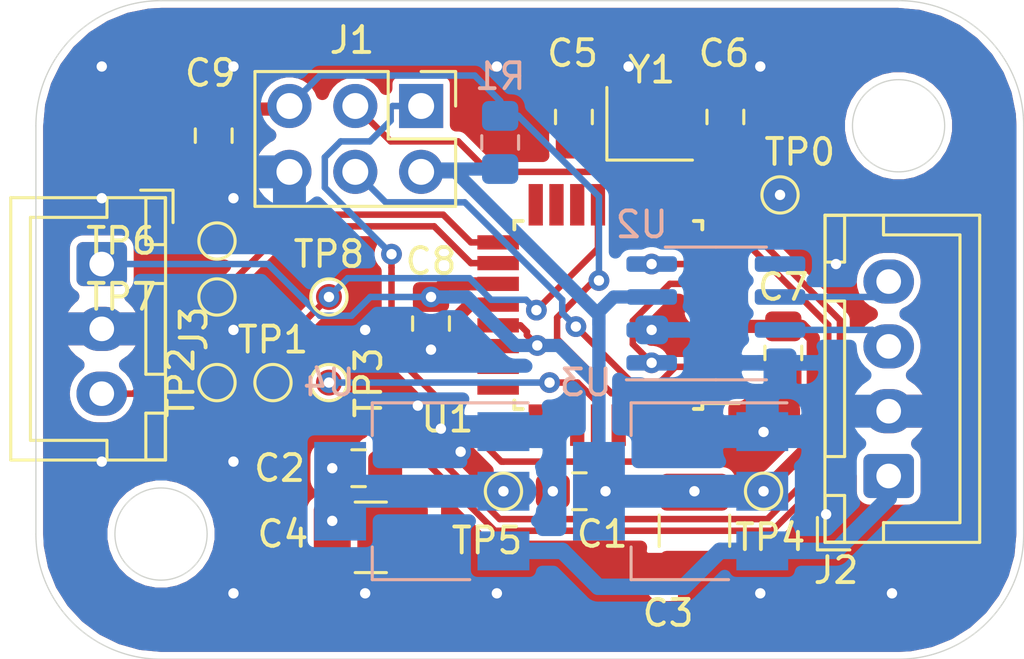
<source format=kicad_pcb>
(kicad_pcb (version 20171130) (host pcbnew "(5.1.5)-3")

  (general
    (thickness 1.6)
    (drawings 12)
    (tracks 212)
    (zones 0)
    (modules 27)
    (nets 35)
  )

  (page A4)
  (layers
    (0 F.Cu signal)
    (31 B.Cu signal)
    (32 B.Adhes user hide)
    (33 F.Adhes user hide)
    (34 B.Paste user hide)
    (35 F.Paste user hide)
    (36 B.SilkS user)
    (37 F.SilkS user hide)
    (38 B.Mask user hide)
    (39 F.Mask user hide)
    (40 Dwgs.User user hide)
    (41 Cmts.User user hide)
    (42 Eco1.User user hide)
    (43 Eco2.User user hide)
    (44 Edge.Cuts user)
    (45 Margin user hide)
    (46 B.CrtYd user hide)
    (47 F.CrtYd user hide)
    (48 B.Fab user hide)
    (49 F.Fab user hide)
  )

  (setup
    (last_trace_width 0.25)
    (user_trace_width 0.508)
    (user_trace_width 0.635)
    (user_trace_width 1.27)
    (trace_clearance 0.2)
    (zone_clearance 0.254)
    (zone_45_only no)
    (trace_min 0.2286)
    (via_size 0.8)
    (via_drill 0.4)
    (via_min_size 0.2286)
    (via_min_drill 0.3)
    (uvia_size 0.3)
    (uvia_drill 0.1)
    (uvias_allowed no)
    (uvia_min_size 0.2)
    (uvia_min_drill 0.1)
    (edge_width 0.05)
    (segment_width 0.2)
    (pcb_text_width 0.3)
    (pcb_text_size 1.5 1.5)
    (mod_edge_width 0.12)
    (mod_text_size 1 1)
    (mod_text_width 0.15)
    (pad_size 1.524 1.524)
    (pad_drill 0.762)
    (pad_to_mask_clearance 0.051)
    (solder_mask_min_width 0.25)
    (aux_axis_origin 0 0)
    (visible_elements 7FFFFFFF)
    (pcbplotparams
      (layerselection 0x010fc_ffffffff)
      (usegerberextensions false)
      (usegerberattributes false)
      (usegerberadvancedattributes false)
      (creategerberjobfile false)
      (excludeedgelayer true)
      (linewidth 0.100000)
      (plotframeref false)
      (viasonmask false)
      (mode 1)
      (useauxorigin false)
      (hpglpennumber 1)
      (hpglpenspeed 20)
      (hpglpendiameter 15.000000)
      (psnegative false)
      (psa4output false)
      (plotreference true)
      (plotvalue true)
      (plotinvisibletext false)
      (padsonsilk false)
      (subtractmaskfromsilk false)
      (outputformat 1)
      (mirror false)
      (drillshape 1)
      (scaleselection 1)
      (outputdirectory ""))
  )

  (net 0 "")
  (net 1 "Net-(U1-Pad32)")
  (net 2 "Net-(U1-Pad30)")
  (net 3 "Net-(U1-Pad29)")
  (net 4 "Net-(U1-Pad27)")
  (net 5 "Net-(U1-Pad26)")
  (net 6 "Net-(U1-Pad25)")
  (net 7 "Net-(U1-Pad24)")
  (net 8 "Net-(U1-Pad23)")
  (net 9 "Net-(U1-Pad22)")
  (net 10 Earth)
  (net 11 +5V)
  (net 12 "Net-(U1-Pad16)")
  (net 13 "Net-(U1-Pad15)")
  (net 14 "Net-(U1-Pad14)")
  (net 15 "Net-(U1-Pad3)")
  (net 16 CANH)
  (net 17 CANL)
  (net 18 "Net-(U2-Pad5)")
  (net 19 UIN)
  (net 20 +3V3)
  (net 21 /XTAL2)
  (net 22 /XTAL1)
  (net 23 /RESET)
  (net 24 /MOSI_A)
  (net 25 /SCK_A)
  (net 26 /MISO_A)
  (net 27 /CANRX)
  (net 28 /CANTX)
  (net 29 /SCK)
  (net 30 /AMP1+)
  (net 31 /AMP1-)
  (net 32 /MOSI)
  (net 33 /MISO)
  (net 34 OUTPUT+)

  (net_class Default "This is the default net class."
    (clearance 0.2)
    (trace_width 0.25)
    (via_dia 0.8)
    (via_drill 0.4)
    (uvia_dia 0.3)
    (uvia_drill 0.1)
    (add_net +3V3)
    (add_net +5V)
    (add_net /AMP1+)
    (add_net /AMP1-)
    (add_net /CANRX)
    (add_net /CANTX)
    (add_net /MISO)
    (add_net /MISO_A)
    (add_net /MOSI)
    (add_net /MOSI_A)
    (add_net /RESET)
    (add_net /SCK)
    (add_net /SCK_A)
    (add_net /XTAL1)
    (add_net /XTAL2)
    (add_net CANH)
    (add_net CANL)
    (add_net Earth)
    (add_net "Net-(U1-Pad14)")
    (add_net "Net-(U1-Pad15)")
    (add_net "Net-(U1-Pad16)")
    (add_net "Net-(U1-Pad22)")
    (add_net "Net-(U1-Pad23)")
    (add_net "Net-(U1-Pad24)")
    (add_net "Net-(U1-Pad25)")
    (add_net "Net-(U1-Pad26)")
    (add_net "Net-(U1-Pad27)")
    (add_net "Net-(U1-Pad29)")
    (add_net "Net-(U1-Pad3)")
    (add_net "Net-(U1-Pad30)")
    (add_net "Net-(U1-Pad32)")
    (add_net "Net-(U2-Pad5)")
    (add_net OUTPUT+)
    (add_net UIN)
  )

  (module Connector_JST:JST_XH_B3B-XH-A_1x03_P2.50mm_Vertical (layer F.Cu) (tedit 5C28146C) (tstamp 5E2CF876)
    (at 15.24 22.86 270)
    (descr "JST XH series connector, B3B-XH-A (http://www.jst-mfg.com/product/pdf/eng/eXH.pdf), generated with kicad-footprint-generator")
    (tags "connector JST XH vertical")
    (path /5E2D103E)
    (fp_text reference J3 (at 2.5 -3.55 90) (layer F.SilkS)
      (effects (font (size 1 1) (thickness 0.15)))
    )
    (fp_text value Conn_01x03_Male (at 2.5 4.6 90) (layer F.Fab)
      (effects (font (size 1 1) (thickness 0.15)))
    )
    (fp_text user %R (at 2.5 2.7 90) (layer F.Fab)
      (effects (font (size 1 1) (thickness 0.15)))
    )
    (fp_line (start -2.85 -2.75) (end -2.85 -1.5) (layer F.SilkS) (width 0.12))
    (fp_line (start -1.6 -2.75) (end -2.85 -2.75) (layer F.SilkS) (width 0.12))
    (fp_line (start 6.8 2.75) (end 2.5 2.75) (layer F.SilkS) (width 0.12))
    (fp_line (start 6.8 -0.2) (end 6.8 2.75) (layer F.SilkS) (width 0.12))
    (fp_line (start 7.55 -0.2) (end 6.8 -0.2) (layer F.SilkS) (width 0.12))
    (fp_line (start -1.8 2.75) (end 2.5 2.75) (layer F.SilkS) (width 0.12))
    (fp_line (start -1.8 -0.2) (end -1.8 2.75) (layer F.SilkS) (width 0.12))
    (fp_line (start -2.55 -0.2) (end -1.8 -0.2) (layer F.SilkS) (width 0.12))
    (fp_line (start 7.55 -2.45) (end 5.75 -2.45) (layer F.SilkS) (width 0.12))
    (fp_line (start 7.55 -1.7) (end 7.55 -2.45) (layer F.SilkS) (width 0.12))
    (fp_line (start 5.75 -1.7) (end 7.55 -1.7) (layer F.SilkS) (width 0.12))
    (fp_line (start 5.75 -2.45) (end 5.75 -1.7) (layer F.SilkS) (width 0.12))
    (fp_line (start -0.75 -2.45) (end -2.55 -2.45) (layer F.SilkS) (width 0.12))
    (fp_line (start -0.75 -1.7) (end -0.75 -2.45) (layer F.SilkS) (width 0.12))
    (fp_line (start -2.55 -1.7) (end -0.75 -1.7) (layer F.SilkS) (width 0.12))
    (fp_line (start -2.55 -2.45) (end -2.55 -1.7) (layer F.SilkS) (width 0.12))
    (fp_line (start 4.25 -2.45) (end 0.75 -2.45) (layer F.SilkS) (width 0.12))
    (fp_line (start 4.25 -1.7) (end 4.25 -2.45) (layer F.SilkS) (width 0.12))
    (fp_line (start 0.75 -1.7) (end 4.25 -1.7) (layer F.SilkS) (width 0.12))
    (fp_line (start 0.75 -2.45) (end 0.75 -1.7) (layer F.SilkS) (width 0.12))
    (fp_line (start 0 -1.35) (end 0.625 -2.35) (layer F.Fab) (width 0.1))
    (fp_line (start -0.625 -2.35) (end 0 -1.35) (layer F.Fab) (width 0.1))
    (fp_line (start 7.95 -2.85) (end -2.95 -2.85) (layer F.CrtYd) (width 0.05))
    (fp_line (start 7.95 3.9) (end 7.95 -2.85) (layer F.CrtYd) (width 0.05))
    (fp_line (start -2.95 3.9) (end 7.95 3.9) (layer F.CrtYd) (width 0.05))
    (fp_line (start -2.95 -2.85) (end -2.95 3.9) (layer F.CrtYd) (width 0.05))
    (fp_line (start 7.56 -2.46) (end -2.56 -2.46) (layer F.SilkS) (width 0.12))
    (fp_line (start 7.56 3.51) (end 7.56 -2.46) (layer F.SilkS) (width 0.12))
    (fp_line (start -2.56 3.51) (end 7.56 3.51) (layer F.SilkS) (width 0.12))
    (fp_line (start -2.56 -2.46) (end -2.56 3.51) (layer F.SilkS) (width 0.12))
    (fp_line (start 7.45 -2.35) (end -2.45 -2.35) (layer F.Fab) (width 0.1))
    (fp_line (start 7.45 3.4) (end 7.45 -2.35) (layer F.Fab) (width 0.1))
    (fp_line (start -2.45 3.4) (end 7.45 3.4) (layer F.Fab) (width 0.1))
    (fp_line (start -2.45 -2.35) (end -2.45 3.4) (layer F.Fab) (width 0.1))
    (pad 3 thru_hole oval (at 5 0 270) (size 1.7 1.95) (drill 0.95) (layers *.Cu *.Mask)
      (net 34 OUTPUT+))
    (pad 2 thru_hole oval (at 2.5 0 270) (size 1.7 1.95) (drill 0.95) (layers *.Cu *.Mask)
      (net 10 Earth))
    (pad 1 thru_hole roundrect (at 0 0 270) (size 1.7 1.95) (drill 0.95) (layers *.Cu *.Mask) (roundrect_rratio 0.147059)
      (net 11 +5V))
    (model ${KISYS3DMOD}/Connector_JST.3dshapes/JST_XH_B3B-XH-A_1x03_P2.50mm_Vertical.wrl
      (at (xyz 0 0 0))
      (scale (xyz 1 1 1))
      (rotate (xyz 0 0 0))
    )
  )

  (module Connector_JST:JST_XH_B4B-XH-A_1x04_P2.50mm_Vertical (layer F.Cu) (tedit 5C28146C) (tstamp 5E2BCA00)
    (at 45.593 31.035 90)
    (descr "JST XH series connector, B4B-XH-A (http://www.jst-mfg.com/product/pdf/eng/eXH.pdf), generated with kicad-footprint-generator")
    (tags "connector JST XH vertical")
    (path /5E2C44CB)
    (fp_text reference J2 (at -3.636 -2.032 180) (layer F.SilkS)
      (effects (font (size 1 1) (thickness 0.15)))
    )
    (fp_text value Conn_01x04_Male (at 3.75 8.8 90) (layer F.Fab)
      (effects (font (size 1 1) (thickness 0.15)))
    )
    (fp_text user %R (at 3.75 1.85 90) (layer F.Fab)
      (effects (font (size 1 1) (thickness 0.15)))
    )
    (fp_line (start -2.85 -2.75) (end -2.85 -1.5) (layer F.SilkS) (width 0.12))
    (fp_line (start -1.6 -2.75) (end -2.85 -2.75) (layer F.SilkS) (width 0.12))
    (fp_line (start 9.3 2.75) (end 3.75 2.75) (layer F.SilkS) (width 0.12))
    (fp_line (start 9.3 -0.2) (end 9.3 2.75) (layer F.SilkS) (width 0.12))
    (fp_line (start 10.05 -0.2) (end 9.3 -0.2) (layer F.SilkS) (width 0.12))
    (fp_line (start -1.8 2.75) (end 3.75 2.75) (layer F.SilkS) (width 0.12))
    (fp_line (start -1.8 -0.2) (end -1.8 2.75) (layer F.SilkS) (width 0.12))
    (fp_line (start -2.55 -0.2) (end -1.8 -0.2) (layer F.SilkS) (width 0.12))
    (fp_line (start 10.05 -2.45) (end 8.25 -2.45) (layer F.SilkS) (width 0.12))
    (fp_line (start 10.05 -1.7) (end 10.05 -2.45) (layer F.SilkS) (width 0.12))
    (fp_line (start 8.25 -1.7) (end 10.05 -1.7) (layer F.SilkS) (width 0.12))
    (fp_line (start 8.25 -2.45) (end 8.25 -1.7) (layer F.SilkS) (width 0.12))
    (fp_line (start -0.75 -2.45) (end -2.55 -2.45) (layer F.SilkS) (width 0.12))
    (fp_line (start -0.75 -1.7) (end -0.75 -2.45) (layer F.SilkS) (width 0.12))
    (fp_line (start -2.55 -1.7) (end -0.75 -1.7) (layer F.SilkS) (width 0.12))
    (fp_line (start -2.55 -2.45) (end -2.55 -1.7) (layer F.SilkS) (width 0.12))
    (fp_line (start 6.75 -2.45) (end 0.75 -2.45) (layer F.SilkS) (width 0.12))
    (fp_line (start 6.75 -1.7) (end 6.75 -2.45) (layer F.SilkS) (width 0.12))
    (fp_line (start 0.75 -1.7) (end 6.75 -1.7) (layer F.SilkS) (width 0.12))
    (fp_line (start 0.75 -2.45) (end 0.75 -1.7) (layer F.SilkS) (width 0.12))
    (fp_line (start 0 -1.35) (end 0.625 -2.35) (layer F.Fab) (width 0.1))
    (fp_line (start -0.625 -2.35) (end 0 -1.35) (layer F.Fab) (width 0.1))
    (fp_line (start 10.45 -2.85) (end -2.95 -2.85) (layer F.CrtYd) (width 0.05))
    (fp_line (start 10.45 3.9) (end 10.45 -2.85) (layer F.CrtYd) (width 0.05))
    (fp_line (start -2.95 3.9) (end 10.45 3.9) (layer F.CrtYd) (width 0.05))
    (fp_line (start -2.95 -2.85) (end -2.95 3.9) (layer F.CrtYd) (width 0.05))
    (fp_line (start 10.06 -2.46) (end -2.56 -2.46) (layer F.SilkS) (width 0.12))
    (fp_line (start 10.06 3.51) (end 10.06 -2.46) (layer F.SilkS) (width 0.12))
    (fp_line (start -2.56 3.51) (end 10.06 3.51) (layer F.SilkS) (width 0.12))
    (fp_line (start -2.56 -2.46) (end -2.56 3.51) (layer F.SilkS) (width 0.12))
    (fp_line (start 9.95 -2.35) (end -2.45 -2.35) (layer F.Fab) (width 0.1))
    (fp_line (start 9.95 3.4) (end 9.95 -2.35) (layer F.Fab) (width 0.1))
    (fp_line (start -2.45 3.4) (end 9.95 3.4) (layer F.Fab) (width 0.1))
    (fp_line (start -2.45 -2.35) (end -2.45 3.4) (layer F.Fab) (width 0.1))
    (pad 4 thru_hole oval (at 7.5 0 90) (size 1.7 1.95) (drill 0.95) (layers *.Cu *.Mask)
      (net 17 CANL))
    (pad 3 thru_hole oval (at 5 0 90) (size 1.7 1.95) (drill 0.95) (layers *.Cu *.Mask)
      (net 16 CANH))
    (pad 2 thru_hole oval (at 2.5 0 90) (size 1.7 1.95) (drill 0.95) (layers *.Cu *.Mask)
      (net 10 Earth))
    (pad 1 thru_hole roundrect (at 0 0 90) (size 1.7 1.95) (drill 0.95) (layers *.Cu *.Mask) (roundrect_rratio 0.147059)
      (net 19 UIN))
    (model ${KISYS3DMOD}/Connector_JST.3dshapes/JST_XH_B4B-XH-A_1x04_P2.50mm_Vertical.wrl
      (at (xyz 0 0 0))
      (scale (xyz 1 1 1))
      (rotate (xyz 0 0 0))
    )
  )

  (module Package_TO_SOT_SMD:SOT-223-3_TabPin2 (layer B.Cu) (tedit 5A02FF57) (tstamp 5E2BC966)
    (at 37.567 31.623 180)
    (descr "module CMS SOT223 4 pins")
    (tags "CMS SOT")
    (path /5E2873C8)
    (attr smd)
    (fp_text reference U3 (at 3.658 4.191) (layer B.SilkS)
      (effects (font (size 1 1) (thickness 0.15)) (justify mirror))
    )
    (fp_text value NCP1117-5V (at 0 -4.5) (layer B.Fab)
      (effects (font (size 1 1) (thickness 0.15)) (justify mirror))
    )
    (fp_line (start 1.85 3.35) (end 1.85 -3.35) (layer B.Fab) (width 0.1))
    (fp_line (start -1.85 -3.35) (end 1.85 -3.35) (layer B.Fab) (width 0.1))
    (fp_line (start -4.1 3.41) (end 1.91 3.41) (layer B.SilkS) (width 0.12))
    (fp_line (start -0.85 3.35) (end 1.85 3.35) (layer B.Fab) (width 0.1))
    (fp_line (start -1.85 -3.41) (end 1.91 -3.41) (layer B.SilkS) (width 0.12))
    (fp_line (start -1.85 2.35) (end -1.85 -3.35) (layer B.Fab) (width 0.1))
    (fp_line (start -1.85 2.35) (end -0.85 3.35) (layer B.Fab) (width 0.1))
    (fp_line (start -4.4 3.6) (end -4.4 -3.6) (layer B.CrtYd) (width 0.05))
    (fp_line (start -4.4 -3.6) (end 4.4 -3.6) (layer B.CrtYd) (width 0.05))
    (fp_line (start 4.4 -3.6) (end 4.4 3.6) (layer B.CrtYd) (width 0.05))
    (fp_line (start 4.4 3.6) (end -4.4 3.6) (layer B.CrtYd) (width 0.05))
    (fp_line (start 1.91 3.41) (end 1.91 2.15) (layer B.SilkS) (width 0.12))
    (fp_line (start 1.91 -3.41) (end 1.91 -2.15) (layer B.SilkS) (width 0.12))
    (fp_text user %R (at 0 0 270) (layer B.Fab)
      (effects (font (size 0.8 0.8) (thickness 0.12)) (justify mirror))
    )
    (pad 1 smd rect (at -3.15 2.3 180) (size 2 1.5) (layers B.Cu B.Paste B.Mask)
      (net 10 Earth))
    (pad 3 smd rect (at -3.15 -2.3 180) (size 2 1.5) (layers B.Cu B.Paste B.Mask)
      (net 19 UIN))
    (pad 2 smd rect (at -3.15 0 180) (size 2 1.5) (layers B.Cu B.Paste B.Mask)
      (net 11 +5V))
    (pad 2 smd rect (at 3.15 0 180) (size 2 3.8) (layers B.Cu B.Paste B.Mask)
      (net 11 +5V))
    (model ${KISYS3DMOD}/Package_TO_SOT_SMD.3dshapes/SOT-223.wrl
      (at (xyz 0 0 0))
      (scale (xyz 1 1 1))
      (rotate (xyz 0 0 0))
    )
  )

  (module Package_QFP:TQFP-32_7x7mm_P0.8mm (layer F.Cu) (tedit 5A02F146) (tstamp 5E2BC8E5)
    (at 34.779 24.824 180)
    (descr "32-Lead Plastic Thin Quad Flatpack (PT) - 7x7x1.0 mm Body, 2.00 mm [TQFP] (see Microchip Packaging Specification 00000049BS.pdf)")
    (tags "QFP 0.8")
    (path /5E1F74CB)
    (attr smd)
    (fp_text reference U1 (at 6.204 -4.005) (layer F.SilkS)
      (effects (font (size 1 1) (thickness 0.15)))
    )
    (fp_text value ATmega16M1-AU (at 0 6.05) (layer F.Fab)
      (effects (font (size 1 1) (thickness 0.15)))
    )
    (fp_line (start -3.625 -3.4) (end -5.05 -3.4) (layer F.SilkS) (width 0.15))
    (fp_line (start 3.625 -3.625) (end 3.3 -3.625) (layer F.SilkS) (width 0.15))
    (fp_line (start 3.625 3.625) (end 3.3 3.625) (layer F.SilkS) (width 0.15))
    (fp_line (start -3.625 3.625) (end -3.3 3.625) (layer F.SilkS) (width 0.15))
    (fp_line (start -3.625 -3.625) (end -3.3 -3.625) (layer F.SilkS) (width 0.15))
    (fp_line (start -3.625 3.625) (end -3.625 3.3) (layer F.SilkS) (width 0.15))
    (fp_line (start 3.625 3.625) (end 3.625 3.3) (layer F.SilkS) (width 0.15))
    (fp_line (start 3.625 -3.625) (end 3.625 -3.3) (layer F.SilkS) (width 0.15))
    (fp_line (start -3.625 -3.625) (end -3.625 -3.4) (layer F.SilkS) (width 0.15))
    (fp_line (start -5.3 5.3) (end 5.3 5.3) (layer F.CrtYd) (width 0.05))
    (fp_line (start -5.3 -5.3) (end 5.3 -5.3) (layer F.CrtYd) (width 0.05))
    (fp_line (start 5.3 -5.3) (end 5.3 5.3) (layer F.CrtYd) (width 0.05))
    (fp_line (start -5.3 -5.3) (end -5.3 5.3) (layer F.CrtYd) (width 0.05))
    (fp_line (start -3.5 -2.5) (end -2.5 -3.5) (layer F.Fab) (width 0.15))
    (fp_line (start -3.5 3.5) (end -3.5 -2.5) (layer F.Fab) (width 0.15))
    (fp_line (start 3.5 3.5) (end -3.5 3.5) (layer F.Fab) (width 0.15))
    (fp_line (start 3.5 -3.5) (end 3.5 3.5) (layer F.Fab) (width 0.15))
    (fp_line (start -2.5 -3.5) (end 3.5 -3.5) (layer F.Fab) (width 0.15))
    (fp_text user %R (at 0 0) (layer F.Fab)
      (effects (font (size 1 1) (thickness 0.15)))
    )
    (pad 32 smd rect (at -2.8 -4.25 270) (size 1.6 0.55) (layers F.Cu F.Paste F.Mask)
      (net 1 "Net-(U1-Pad32)"))
    (pad 31 smd rect (at -2 -4.25 270) (size 1.6 0.55) (layers F.Cu F.Paste F.Mask)
      (net 23 /RESET))
    (pad 30 smd rect (at -1.2 -4.25 270) (size 1.6 0.55) (layers F.Cu F.Paste F.Mask)
      (net 2 "Net-(U1-Pad30)"))
    (pad 29 smd rect (at -0.4 -4.25 270) (size 1.6 0.55) (layers F.Cu F.Paste F.Mask)
      (net 3 "Net-(U1-Pad29)"))
    (pad 28 smd rect (at 0.4 -4.25 270) (size 1.6 0.55) (layers F.Cu F.Paste F.Mask)
      (net 29 /SCK))
    (pad 27 smd rect (at 1.2 -4.25 270) (size 1.6 0.55) (layers F.Cu F.Paste F.Mask)
      (net 4 "Net-(U1-Pad27)"))
    (pad 26 smd rect (at 2 -4.25 270) (size 1.6 0.55) (layers F.Cu F.Paste F.Mask)
      (net 5 "Net-(U1-Pad26)"))
    (pad 25 smd rect (at 2.8 -4.25 270) (size 1.6 0.55) (layers F.Cu F.Paste F.Mask)
      (net 6 "Net-(U1-Pad25)"))
    (pad 24 smd rect (at 4.25 -2.8 180) (size 1.6 0.55) (layers F.Cu F.Paste F.Mask)
      (net 7 "Net-(U1-Pad24)"))
    (pad 23 smd rect (at 4.25 -2 180) (size 1.6 0.55) (layers F.Cu F.Paste F.Mask)
      (net 8 "Net-(U1-Pad23)"))
    (pad 22 smd rect (at 4.25 -1.2 180) (size 1.6 0.55) (layers F.Cu F.Paste F.Mask)
      (net 9 "Net-(U1-Pad22)"))
    (pad 21 smd rect (at 4.25 -0.4 180) (size 1.6 0.55) (layers F.Cu F.Paste F.Mask)
      (net 11 +5V))
    (pad 20 smd rect (at 4.25 0.4 180) (size 1.6 0.55) (layers F.Cu F.Paste F.Mask)
      (net 10 Earth))
    (pad 19 smd rect (at 4.25 1.2 180) (size 1.6 0.55) (layers F.Cu F.Paste F.Mask)
      (net 11 +5V))
    (pad 18 smd rect (at 4.25 2 180) (size 1.6 0.55) (layers F.Cu F.Paste F.Mask)
      (net 30 /AMP1+))
    (pad 17 smd rect (at 4.25 2.8 180) (size 1.6 0.55) (layers F.Cu F.Paste F.Mask)
      (net 31 /AMP1-))
    (pad 16 smd rect (at 2.8 4.25 270) (size 1.6 0.55) (layers F.Cu F.Paste F.Mask)
      (net 12 "Net-(U1-Pad16)"))
    (pad 15 smd rect (at 2 4.25 270) (size 1.6 0.55) (layers F.Cu F.Paste F.Mask)
      (net 13 "Net-(U1-Pad15)"))
    (pad 14 smd rect (at 1.2 4.25 270) (size 1.6 0.55) (layers F.Cu F.Paste F.Mask)
      (net 14 "Net-(U1-Pad14)"))
    (pad 13 smd rect (at 0.4 4.25 270) (size 1.6 0.55) (layers F.Cu F.Paste F.Mask)
      (net 34 OUTPUT+))
    (pad 12 smd rect (at -0.4 4.25 270) (size 1.6 0.55) (layers F.Cu F.Paste F.Mask)
      (net 25 /SCK_A))
    (pad 11 smd rect (at -1.2 4.25 270) (size 1.6 0.55) (layers F.Cu F.Paste F.Mask)
      (net 21 /XTAL2))
    (pad 10 smd rect (at -2 4.25 270) (size 1.6 0.55) (layers F.Cu F.Paste F.Mask)
      (net 22 /XTAL1))
    (pad 9 smd rect (at -2.8 4.25 270) (size 1.6 0.55) (layers F.Cu F.Paste F.Mask)
      (net 32 /MOSI))
    (pad 8 smd rect (at -4.25 2.8 180) (size 1.6 0.55) (layers F.Cu F.Paste F.Mask)
      (net 33 /MISO))
    (pad 7 smd rect (at -4.25 2 180) (size 1.6 0.55) (layers F.Cu F.Paste F.Mask)
      (net 27 /CANRX))
    (pad 6 smd rect (at -4.25 1.2 180) (size 1.6 0.55) (layers F.Cu F.Paste F.Mask)
      (net 28 /CANTX))
    (pad 5 smd rect (at -4.25 0.4 180) (size 1.6 0.55) (layers F.Cu F.Paste F.Mask)
      (net 10 Earth))
    (pad 4 smd rect (at -4.25 -0.4 180) (size 1.6 0.55) (layers F.Cu F.Paste F.Mask)
      (net 11 +5V))
    (pad 3 smd rect (at -4.25 -1.2 180) (size 1.6 0.55) (layers F.Cu F.Paste F.Mask)
      (net 15 "Net-(U1-Pad3)"))
    (pad 2 smd rect (at -4.25 -2 180) (size 1.6 0.55) (layers F.Cu F.Paste F.Mask)
      (net 24 /MOSI_A))
    (pad 1 smd rect (at -4.25 -2.8 180) (size 1.6 0.55) (layers F.Cu F.Paste F.Mask)
      (net 26 /MISO_A))
    (model ${KISYS3DMOD}/Package_QFP.3dshapes/TQFP-32_7x7mm_P0.8mm.wrl
      (at (xyz 0 0 0))
      (scale (xyz 1 1 1))
      (rotate (xyz 0 0 0))
    )
  )

  (module TestPoint:TestPoint_Pad_D1.0mm (layer F.Cu) (tedit 5A0F774F) (tstamp 5E2BCAAE)
    (at 24.003 24.13)
    (descr "SMD pad as test Point, diameter 1.0mm")
    (tags "test point SMD pad")
    (path /5E2B9E39)
    (attr virtual)
    (fp_text reference TP8 (at 0 -1.651) (layer F.SilkS)
      (effects (font (size 1 1) (thickness 0.15)))
    )
    (fp_text value TestPoint (at 0 1.55) (layer F.Fab)
      (effects (font (size 1 1) (thickness 0.15)))
    )
    (fp_circle (center 0 0) (end 0 0.7) (layer F.SilkS) (width 0.12))
    (fp_circle (center 0 0) (end 1 0) (layer F.CrtYd) (width 0.05))
    (fp_text user %R (at 0 -1.45) (layer F.Fab)
      (effects (font (size 1 1) (thickness 0.15)))
    )
    (pad 1 smd circle (at 0 0) (size 1 1) (layers F.Cu F.Mask)
      (net 34 OUTPUT+))
  )

  (module Package_SO:SOIC-8_3.9x4.9mm_P1.27mm (layer B.Cu) (tedit 5D9F72B1) (tstamp 5E2BCA75)
    (at 38.927 24.765)
    (descr "SOIC, 8 Pin (JEDEC MS-012AA, https://www.analog.com/media/en/package-pcb-resources/package/pkg_pdf/soic_narrow-r/r_8.pdf), generated with kicad-footprint-generator ipc_gullwing_generator.py")
    (tags "SOIC SO")
    (path /5E22B0D8)
    (attr smd)
    (fp_text reference U2 (at -2.859 -3.429) (layer B.SilkS)
      (effects (font (size 1 1) (thickness 0.15)) (justify mirror))
    )
    (fp_text value TJA1051T (at 0 -3.4) (layer B.Fab)
      (effects (font (size 1 1) (thickness 0.15)) (justify mirror))
    )
    (fp_text user %R (at 0 0) (layer B.Fab)
      (effects (font (size 0.98 0.98) (thickness 0.15)) (justify mirror))
    )
    (fp_line (start 3.7 2.7) (end -3.7 2.7) (layer B.CrtYd) (width 0.05))
    (fp_line (start 3.7 -2.7) (end 3.7 2.7) (layer B.CrtYd) (width 0.05))
    (fp_line (start -3.7 -2.7) (end 3.7 -2.7) (layer B.CrtYd) (width 0.05))
    (fp_line (start -3.7 2.7) (end -3.7 -2.7) (layer B.CrtYd) (width 0.05))
    (fp_line (start -1.95 1.475) (end -0.975 2.45) (layer B.Fab) (width 0.1))
    (fp_line (start -1.95 -2.45) (end -1.95 1.475) (layer B.Fab) (width 0.1))
    (fp_line (start 1.95 -2.45) (end -1.95 -2.45) (layer B.Fab) (width 0.1))
    (fp_line (start 1.95 2.45) (end 1.95 -2.45) (layer B.Fab) (width 0.1))
    (fp_line (start -0.975 2.45) (end 1.95 2.45) (layer B.Fab) (width 0.1))
    (fp_line (start 0 2.56) (end -3.45 2.56) (layer B.SilkS) (width 0.12))
    (fp_line (start 0 2.56) (end 1.95 2.56) (layer B.SilkS) (width 0.12))
    (fp_line (start 0 -2.56) (end -1.95 -2.56) (layer B.SilkS) (width 0.12))
    (fp_line (start 0 -2.56) (end 1.95 -2.56) (layer B.SilkS) (width 0.12))
    (pad 8 smd roundrect (at 2.475 1.905) (size 1.95 0.6) (layers B.Cu B.Paste B.Mask) (roundrect_rratio 0.25)
      (net 10 Earth))
    (pad 7 smd roundrect (at 2.475 0.635) (size 1.95 0.6) (layers B.Cu B.Paste B.Mask) (roundrect_rratio 0.25)
      (net 16 CANH))
    (pad 6 smd roundrect (at 2.475 -0.635) (size 1.95 0.6) (layers B.Cu B.Paste B.Mask) (roundrect_rratio 0.25)
      (net 17 CANL))
    (pad 5 smd roundrect (at 2.475 -1.905) (size 1.95 0.6) (layers B.Cu B.Paste B.Mask) (roundrect_rratio 0.25)
      (net 18 "Net-(U2-Pad5)"))
    (pad 4 smd roundrect (at -2.475 -1.905) (size 1.95 0.6) (layers B.Cu B.Paste B.Mask) (roundrect_rratio 0.25)
      (net 27 /CANRX))
    (pad 3 smd roundrect (at -2.475 -0.635) (size 1.95 0.6) (layers B.Cu B.Paste B.Mask) (roundrect_rratio 0.25)
      (net 11 +5V))
    (pad 2 smd roundrect (at -2.475 0.635) (size 1.95 0.6) (layers B.Cu B.Paste B.Mask) (roundrect_rratio 0.25)
      (net 10 Earth))
    (pad 1 smd roundrect (at -2.475 1.905) (size 1.95 0.6) (layers B.Cu B.Paste B.Mask) (roundrect_rratio 0.25)
      (net 28 /CANTX))
    (model ${KISYS3DMOD}/Package_SO.3dshapes/SOIC-8_3.9x4.9mm_P1.27mm.wrl
      (at (xyz 0 0 0))
      (scale (xyz 1 1 1))
      (rotate (xyz 0 0 0))
    )
  )

  (module Crystal:Crystal_SMD_2520-4Pin_2.5x2.0mm (layer F.Cu) (tedit 5A0FD1B2) (tstamp 5E2BC9A7)
    (at 36.3728 17.4498)
    (descr "SMD Crystal SERIES SMD2520/4 http://www.newxtal.com/UploadFiles/Images/2012-11-12-09-29-09-776.pdf, 2.5x2.0mm^2 package")
    (tags "SMD SMT crystal")
    (path /5E2084F5)
    (attr smd)
    (fp_text reference Y1 (at 0.0762 -2.0828) (layer F.SilkS)
      (effects (font (size 1 1) (thickness 0.15)))
    )
    (fp_text value Crystal (at 2.44 3.525) (layer F.Fab)
      (effects (font (size 1 1) (thickness 0.15)))
    )
    (fp_line (start 1.7 -1.5) (end -1.7 -1.5) (layer F.CrtYd) (width 0.05))
    (fp_line (start 1.7 1.5) (end 1.7 -1.5) (layer F.CrtYd) (width 0.05))
    (fp_line (start -1.7 1.5) (end 1.7 1.5) (layer F.CrtYd) (width 0.05))
    (fp_line (start -1.7 -1.5) (end -1.7 1.5) (layer F.CrtYd) (width 0.05))
    (fp_line (start -1.65 1.4) (end 1.65 1.4) (layer F.SilkS) (width 0.12))
    (fp_line (start -1.65 -1.4) (end -1.65 1.4) (layer F.SilkS) (width 0.12))
    (fp_line (start -1.25 0) (end -0.25 1) (layer F.Fab) (width 0.1))
    (fp_line (start -1.25 -0.9) (end -1.15 -1) (layer F.Fab) (width 0.1))
    (fp_line (start -1.25 0.9) (end -1.25 -0.9) (layer F.Fab) (width 0.1))
    (fp_line (start -1.15 1) (end -1.25 0.9) (layer F.Fab) (width 0.1))
    (fp_line (start 1.15 1) (end -1.15 1) (layer F.Fab) (width 0.1))
    (fp_line (start 1.25 0.9) (end 1.15 1) (layer F.Fab) (width 0.1))
    (fp_line (start 1.25 -0.9) (end 1.25 0.9) (layer F.Fab) (width 0.1))
    (fp_line (start 1.15 -1) (end 1.25 -0.9) (layer F.Fab) (width 0.1))
    (fp_line (start -1.15 -1) (end 1.15 -1) (layer F.Fab) (width 0.1))
    (fp_text user %R (at 2.44 0) (layer F.Fab)
      (effects (font (size 1 1) (thickness 0.15)))
    )
    (pad 4 smd rect (at -0.875 -0.7) (size 1.15 1) (layers F.Cu F.Paste F.Mask))
    (pad 3 smd rect (at 0.875 -0.7) (size 1.15 1) (layers F.Cu F.Paste F.Mask))
    (pad 2 smd rect (at 0.875 0.7) (size 1.15 1) (layers F.Cu F.Paste F.Mask)
      (net 22 /XTAL1))
    (pad 1 smd rect (at -0.875 0.7) (size 1.15 1) (layers F.Cu F.Paste F.Mask)
      (net 21 /XTAL2))
    (model ${KISYS3DMOD}/Crystal.3dshapes/Crystal_SMD_2520-4Pin_2.5x2.0mm.wrl
      (at (xyz 0 0 0))
      (scale (xyz 1 1 1))
      (rotate (xyz 0 0 0))
    )
  )

  (module Capacitor_SMD:C_1210_3225Metric_Pad1.42x2.65mm_HandSolder (layer F.Cu) (tedit 5B301BBE) (tstamp 5E2BC88F)
    (at 38.1 33.147 270)
    (descr "Capacitor SMD 1210 (3225 Metric), square (rectangular) end terminal, IPC_7351 nominal with elongated pad for handsoldering. (Body size source: http://www.tortai-tech.com/upload/download/2011102023233369053.pdf), generated with kicad-footprint-generator")
    (tags "capacitor handsolder")
    (path /5E30557A)
    (attr smd)
    (fp_text reference C3 (at 3.175 1.016) (layer F.SilkS)
      (effects (font (size 1 1) (thickness 0.15)))
    )
    (fp_text value 100u (at 0 5.2 270) (layer F.Fab)
      (effects (font (size 1 1) (thickness 0.15)))
    )
    (fp_text user %R (at 0 0 270) (layer F.Fab)
      (effects (font (size 1 1) (thickness 0.15)))
    )
    (fp_line (start 2.45 1.58) (end -2.45 1.58) (layer F.CrtYd) (width 0.05))
    (fp_line (start 2.45 -1.58) (end 2.45 1.58) (layer F.CrtYd) (width 0.05))
    (fp_line (start -2.45 -1.58) (end 2.45 -1.58) (layer F.CrtYd) (width 0.05))
    (fp_line (start -2.45 1.58) (end -2.45 -1.58) (layer F.CrtYd) (width 0.05))
    (fp_line (start -0.602064 1.36) (end 0.602064 1.36) (layer F.SilkS) (width 0.12))
    (fp_line (start -0.602064 -1.36) (end 0.602064 -1.36) (layer F.SilkS) (width 0.12))
    (fp_line (start 1.6 1.25) (end -1.6 1.25) (layer F.Fab) (width 0.1))
    (fp_line (start 1.6 -1.25) (end 1.6 1.25) (layer F.Fab) (width 0.1))
    (fp_line (start -1.6 -1.25) (end 1.6 -1.25) (layer F.Fab) (width 0.1))
    (fp_line (start -1.6 1.25) (end -1.6 -1.25) (layer F.Fab) (width 0.1))
    (pad 2 smd roundrect (at 1.4875 0 270) (size 1.425 2.65) (layers F.Cu F.Paste F.Mask) (roundrect_rratio 0.175439)
      (net 10 Earth))
    (pad 1 smd roundrect (at -1.4875 0 270) (size 1.425 2.65) (layers F.Cu F.Paste F.Mask) (roundrect_rratio 0.175439)
      (net 11 +5V))
    (model ${KISYS3DMOD}/Capacitor_SMD.3dshapes/C_1210_3225Metric.wrl
      (at (xyz 0 0 0))
      (scale (xyz 1 1 1))
      (rotate (xyz 0 0 0))
    )
  )

  (module Capacitor_SMD:C_1210_3225Metric_Pad1.42x2.65mm_HandSolder (layer F.Cu) (tedit 5B301BBE) (tstamp 5E2BC85F)
    (at 25.6175 33.401)
    (descr "Capacitor SMD 1210 (3225 Metric), square (rectangular) end terminal, IPC_7351 nominal with elongated pad for handsoldering. (Body size source: http://www.tortai-tech.com/upload/download/2011102023233369053.pdf), generated with kicad-footprint-generator")
    (tags "capacitor handsolder")
    (path /5E28D173)
    (attr smd)
    (fp_text reference C4 (at -3.3925 -0.127) (layer F.SilkS)
      (effects (font (size 1 1) (thickness 0.15)))
    )
    (fp_text value 100u (at 0 5.2) (layer F.Fab)
      (effects (font (size 1 1) (thickness 0.15)))
    )
    (fp_text user %R (at 0 0) (layer F.Fab)
      (effects (font (size 1 1) (thickness 0.15)))
    )
    (fp_line (start 2.45 1.58) (end -2.45 1.58) (layer F.CrtYd) (width 0.05))
    (fp_line (start 2.45 -1.58) (end 2.45 1.58) (layer F.CrtYd) (width 0.05))
    (fp_line (start -2.45 -1.58) (end 2.45 -1.58) (layer F.CrtYd) (width 0.05))
    (fp_line (start -2.45 1.58) (end -2.45 -1.58) (layer F.CrtYd) (width 0.05))
    (fp_line (start -0.602064 1.36) (end 0.602064 1.36) (layer F.SilkS) (width 0.12))
    (fp_line (start -0.602064 -1.36) (end 0.602064 -1.36) (layer F.SilkS) (width 0.12))
    (fp_line (start 1.6 1.25) (end -1.6 1.25) (layer F.Fab) (width 0.1))
    (fp_line (start 1.6 -1.25) (end 1.6 1.25) (layer F.Fab) (width 0.1))
    (fp_line (start -1.6 -1.25) (end 1.6 -1.25) (layer F.Fab) (width 0.1))
    (fp_line (start -1.6 1.25) (end -1.6 -1.25) (layer F.Fab) (width 0.1))
    (pad 2 smd roundrect (at 1.4875 0) (size 1.425 2.65) (layers F.Cu F.Paste F.Mask) (roundrect_rratio 0.175439)
      (net 10 Earth))
    (pad 1 smd roundrect (at -1.4875 0) (size 1.425 2.65) (layers F.Cu F.Paste F.Mask) (roundrect_rratio 0.175439)
      (net 20 +3V3))
    (model ${KISYS3DMOD}/Capacitor_SMD.3dshapes/C_1210_3225Metric.wrl
      (at (xyz 0 0 0))
      (scale (xyz 1 1 1))
      (rotate (xyz 0 0 0))
    )
  )

  (module TestPoint:TestPoint_Pad_D1.0mm (layer F.Cu) (tedit 5A0F774F) (tstamp 5E2BC841)
    (at 19.685 24.13 270)
    (descr "SMD pad as test Point, diameter 1.0mm")
    (tags "test point SMD pad")
    (path /5E2B528C)
    (attr virtual)
    (fp_text reference TP7 (at 0 3.683 180) (layer F.SilkS)
      (effects (font (size 1 1) (thickness 0.15)))
    )
    (fp_text value TestPoint (at 0 1.55 90) (layer F.Fab)
      (effects (font (size 1 1) (thickness 0.15)))
    )
    (fp_circle (center 0 0) (end 0 0.7) (layer F.SilkS) (width 0.12))
    (fp_circle (center 0 0) (end 1 0) (layer F.CrtYd) (width 0.05))
    (fp_text user %R (at 0 -1.45 90) (layer F.Fab)
      (effects (font (size 1 1) (thickness 0.15)))
    )
    (pad 1 smd circle (at 0 0 270) (size 1 1) (layers F.Cu F.Mask)
      (net 30 /AMP1+))
  )

  (module TestPoint:TestPoint_Pad_D1.0mm (layer F.Cu) (tedit 5A0F774F) (tstamp 5E2BC82C)
    (at 19.685 21.971 270)
    (descr "SMD pad as test Point, diameter 1.0mm")
    (tags "test point SMD pad")
    (path /5E2B7555)
    (attr virtual)
    (fp_text reference TP6 (at 0 3.683 180) (layer F.SilkS)
      (effects (font (size 1 1) (thickness 0.15)))
    )
    (fp_text value TestPoint (at 0 1.55 90) (layer F.Fab)
      (effects (font (size 1 1) (thickness 0.15)))
    )
    (fp_circle (center 0 0) (end 0 0.7) (layer F.SilkS) (width 0.12))
    (fp_circle (center 0 0) (end 1 0) (layer F.CrtYd) (width 0.05))
    (fp_text user %R (at 0 -1.45 90) (layer F.Fab)
      (effects (font (size 1 1) (thickness 0.15)))
    )
    (pad 1 smd circle (at 0 0 270) (size 1 1) (layers F.Cu F.Mask)
      (net 31 /AMP1-))
  )

  (module TestPoint:TestPoint_Pad_D1.0mm (layer F.Cu) (tedit 5A0F774F) (tstamp 5E2BC817)
    (at 30.734 31.623)
    (descr "SMD pad as test Point, diameter 1.0mm")
    (tags "test point SMD pad")
    (path /5E2B2B6B)
    (attr virtual)
    (fp_text reference TP5 (at -0.635 1.905) (layer F.SilkS)
      (effects (font (size 1 1) (thickness 0.15)))
    )
    (fp_text value TestPoint (at 0 1.55) (layer F.Fab)
      (effects (font (size 1 1) (thickness 0.15)))
    )
    (fp_circle (center 0 0) (end 0 0.7) (layer F.SilkS) (width 0.12))
    (fp_circle (center 0 0) (end 1 0) (layer F.CrtYd) (width 0.05))
    (fp_text user %R (at 0 -1.45) (layer F.Fab)
      (effects (font (size 1 1) (thickness 0.15)))
    )
    (pad 1 smd circle (at 0 0) (size 1 1) (layers F.Cu F.Mask)
      (net 20 +3V3))
  )

  (module TestPoint:TestPoint_Pad_D1.0mm (layer F.Cu) (tedit 5A0F774F) (tstamp 5E2BCF52)
    (at 40.767 31.623)
    (descr "SMD pad as test Point, diameter 1.0mm")
    (tags "test point SMD pad")
    (path /5E2B0888)
    (attr virtual)
    (fp_text reference TP4 (at 0.254 1.778) (layer F.SilkS)
      (effects (font (size 1 1) (thickness 0.15)))
    )
    (fp_text value TestPoint (at 0 1.55) (layer F.Fab)
      (effects (font (size 1 1) (thickness 0.15)))
    )
    (fp_circle (center 0 0) (end 0 0.7) (layer F.SilkS) (width 0.12))
    (fp_circle (center 0 0) (end 1 0) (layer F.CrtYd) (width 0.05))
    (fp_text user %R (at 0 -1.45) (layer F.Fab)
      (effects (font (size 1 1) (thickness 0.15)))
    )
    (pad 1 smd circle (at 0 0) (size 1 1) (layers F.Cu F.Mask)
      (net 11 +5V))
  )

  (module TestPoint:TestPoint_Pad_D1.0mm (layer F.Cu) (tedit 5A0F774F) (tstamp 5E2BC7ED)
    (at 24.003 27.432)
    (descr "SMD pad as test Point, diameter 1.0mm")
    (tags "test point SMD pad")
    (path /5E2A9D0C)
    (attr virtual)
    (fp_text reference TP3 (at 1.524 0 90) (layer F.SilkS)
      (effects (font (size 1 1) (thickness 0.15)))
    )
    (fp_text value TestPoint (at 0 1.55) (layer F.Fab)
      (effects (font (size 1 1) (thickness 0.15)))
    )
    (fp_circle (center 0 0) (end 0 0.7) (layer F.SilkS) (width 0.12))
    (fp_circle (center 0 0) (end 1 0) (layer F.CrtYd) (width 0.05))
    (fp_text user %R (at 0 -1.45) (layer F.Fab)
      (effects (font (size 1 1) (thickness 0.15)))
    )
    (pad 1 smd circle (at 0 0) (size 1 1) (layers F.Cu F.Mask)
      (net 29 /SCK))
  )

  (module TestPoint:TestPoint_Pad_D1.0mm (layer F.Cu) (tedit 5A0F774F) (tstamp 5E2BC7D8)
    (at 19.685 27.432)
    (descr "SMD pad as test Point, diameter 1.0mm")
    (tags "test point SMD pad")
    (path /5E2A1554)
    (attr virtual)
    (fp_text reference TP2 (at -1.397 0 270) (layer F.SilkS)
      (effects (font (size 1 1) (thickness 0.15)))
    )
    (fp_text value TestPoint (at 0 1.55) (layer F.Fab)
      (effects (font (size 1 1) (thickness 0.15)))
    )
    (fp_circle (center 0 0) (end 0 0.7) (layer F.SilkS) (width 0.12))
    (fp_circle (center 0 0) (end 1 0) (layer F.CrtYd) (width 0.05))
    (fp_text user %R (at 0 -1.45) (layer F.Fab)
      (effects (font (size 1 1) (thickness 0.15)))
    )
    (pad 1 smd circle (at 0 0) (size 1 1) (layers F.Cu F.Mask)
      (net 32 /MOSI))
  )

  (module TestPoint:TestPoint_Pad_D1.0mm (layer F.Cu) (tedit 5A0F774F) (tstamp 5E2BC7C3)
    (at 21.844 27.432)
    (descr "SMD pad as test Point, diameter 1.0mm")
    (tags "test point SMD pad")
    (path /5E2870AC)
    (attr virtual)
    (fp_text reference TP1 (at 0 -1.651 180) (layer F.SilkS)
      (effects (font (size 1 1) (thickness 0.15)))
    )
    (fp_text value TestPoint (at 0 1.55) (layer F.Fab)
      (effects (font (size 1 1) (thickness 0.15)))
    )
    (fp_circle (center 0 0) (end 0 0.7) (layer F.SilkS) (width 0.12))
    (fp_circle (center 0 0) (end 1 0) (layer F.CrtYd) (width 0.05))
    (fp_text user %R (at 0 -1.45) (layer F.Fab)
      (effects (font (size 1 1) (thickness 0.15)))
    )
    (pad 1 smd circle (at 0 0) (size 1 1) (layers F.Cu F.Mask)
      (net 33 /MISO))
  )

  (module TestPoint:TestPoint_Pad_D1.0mm (layer F.Cu) (tedit 5A0F774F) (tstamp 5E2BC7AE)
    (at 41.402 20.193)
    (descr "SMD pad as test Point, diameter 1.0mm")
    (tags "test point SMD pad")
    (path /5E2C6B9A)
    (attr virtual)
    (fp_text reference TP0 (at 0.762 -1.651) (layer F.SilkS)
      (effects (font (size 1 1) (thickness 0.15)))
    )
    (fp_text value TestPoint (at 0 1.55) (layer F.Fab)
      (effects (font (size 1 1) (thickness 0.15)))
    )
    (fp_circle (center 0 0) (end 0 0.7) (layer F.SilkS) (width 0.12))
    (fp_circle (center 0 0) (end 1 0) (layer F.CrtYd) (width 0.05))
    (fp_text user %R (at 0 -1.45) (layer F.Fab)
      (effects (font (size 1 1) (thickness 0.15)))
    )
    (pad 1 smd circle (at 0 0) (size 1 1) (layers F.Cu F.Mask)
      (net 10 Earth))
  )

  (module Resistor_SMD:R_0805_2012Metric_Pad1.15x1.40mm_HandSolder (layer B.Cu) (tedit 5B36C52B) (tstamp 5E2BD252)
    (at 30.607 18.17 90)
    (descr "Resistor SMD 0805 (2012 Metric), square (rectangular) end terminal, IPC_7351 nominal with elongated pad for handsoldering. (Body size source: https://docs.google.com/spreadsheets/d/1BsfQQcO9C6DZCsRaXUlFlo91Tg2WpOkGARC1WS5S8t0/edit?usp=sharing), generated with kicad-footprint-generator")
    (tags "resistor handsolder")
    (path /5E206CE8)
    (attr smd)
    (fp_text reference R1 (at 2.549 0 180) (layer B.SilkS)
      (effects (font (size 1 1) (thickness 0.15)) (justify mirror))
    )
    (fp_text value 10k (at 0 -1.65 90) (layer B.Fab)
      (effects (font (size 1 1) (thickness 0.15)) (justify mirror))
    )
    (fp_text user %R (at 0 0) (layer B.Fab)
      (effects (font (size 0.5 0.5) (thickness 0.08)) (justify mirror))
    )
    (fp_line (start 1.85 -0.95) (end -1.85 -0.95) (layer B.CrtYd) (width 0.05))
    (fp_line (start 1.85 0.95) (end 1.85 -0.95) (layer B.CrtYd) (width 0.05))
    (fp_line (start -1.85 0.95) (end 1.85 0.95) (layer B.CrtYd) (width 0.05))
    (fp_line (start -1.85 -0.95) (end -1.85 0.95) (layer B.CrtYd) (width 0.05))
    (fp_line (start -0.261252 -0.71) (end 0.261252 -0.71) (layer B.SilkS) (width 0.12))
    (fp_line (start -0.261252 0.71) (end 0.261252 0.71) (layer B.SilkS) (width 0.12))
    (fp_line (start 1 -0.6) (end -1 -0.6) (layer B.Fab) (width 0.1))
    (fp_line (start 1 0.6) (end 1 -0.6) (layer B.Fab) (width 0.1))
    (fp_line (start -1 0.6) (end 1 0.6) (layer B.Fab) (width 0.1))
    (fp_line (start -1 -0.6) (end -1 0.6) (layer B.Fab) (width 0.1))
    (pad 2 smd roundrect (at 1.025 0 90) (size 1.15 1.4) (layers B.Cu B.Paste B.Mask) (roundrect_rratio 0.217391)
      (net 23 /RESET))
    (pad 1 smd roundrect (at -1.025 0 90) (size 1.15 1.4) (layers B.Cu B.Paste B.Mask) (roundrect_rratio 0.217391)
      (net 11 +5V))
    (model ${KISYS3DMOD}/Resistor_SMD.3dshapes/R_0805_2012Metric.wrl
      (at (xyz 0 0 0))
      (scale (xyz 1 1 1))
      (rotate (xyz 0 0 0))
    )
  )

  (module Capacitor_SMD:C_0805_2012Metric_Pad1.15x1.40mm_HandSolder (layer F.Cu) (tedit 5B36C52B) (tstamp 5E2BC757)
    (at 33.664 31.623 180)
    (descr "Capacitor SMD 0805 (2012 Metric), square (rectangular) end terminal, IPC_7351 nominal with elongated pad for handsoldering. (Body size source: https://docs.google.com/spreadsheets/d/1BsfQQcO9C6DZCsRaXUlFlo91Tg2WpOkGARC1WS5S8t0/edit?usp=sharing), generated with kicad-footprint-generator")
    (tags "capacitor handsolder")
    (path /5E305574)
    (attr smd)
    (fp_text reference C1 (at -0.88 -1.651) (layer F.SilkS)
      (effects (font (size 1 1) (thickness 0.15)))
    )
    (fp_text value 100n (at 0 1.65) (layer F.Fab)
      (effects (font (size 1 1) (thickness 0.15)))
    )
    (fp_text user %R (at 0 0) (layer F.Fab)
      (effects (font (size 0.5 0.5) (thickness 0.08)))
    )
    (fp_line (start 1.85 0.95) (end -1.85 0.95) (layer F.CrtYd) (width 0.05))
    (fp_line (start 1.85 -0.95) (end 1.85 0.95) (layer F.CrtYd) (width 0.05))
    (fp_line (start -1.85 -0.95) (end 1.85 -0.95) (layer F.CrtYd) (width 0.05))
    (fp_line (start -1.85 0.95) (end -1.85 -0.95) (layer F.CrtYd) (width 0.05))
    (fp_line (start -0.261252 0.71) (end 0.261252 0.71) (layer F.SilkS) (width 0.12))
    (fp_line (start -0.261252 -0.71) (end 0.261252 -0.71) (layer F.SilkS) (width 0.12))
    (fp_line (start 1 0.6) (end -1 0.6) (layer F.Fab) (width 0.1))
    (fp_line (start 1 -0.6) (end 1 0.6) (layer F.Fab) (width 0.1))
    (fp_line (start -1 -0.6) (end 1 -0.6) (layer F.Fab) (width 0.1))
    (fp_line (start -1 0.6) (end -1 -0.6) (layer F.Fab) (width 0.1))
    (pad 2 smd roundrect (at 1.025 0 180) (size 1.15 1.4) (layers F.Cu F.Paste F.Mask) (roundrect_rratio 0.217391)
      (net 10 Earth))
    (pad 1 smd roundrect (at -1.025 0 180) (size 1.15 1.4) (layers F.Cu F.Paste F.Mask) (roundrect_rratio 0.217391)
      (net 11 +5V))
    (model ${KISYS3DMOD}/Capacitor_SMD.3dshapes/C_0805_2012Metric.wrl
      (at (xyz 0 0 0))
      (scale (xyz 1 1 1))
      (rotate (xyz 0 0 0))
    )
  )

  (module Capacitor_SMD:C_0805_2012Metric_Pad1.15x1.40mm_HandSolder (layer F.Cu) (tedit 5B36C52B) (tstamp 5E2BC727)
    (at 41.529 26.289 270)
    (descr "Capacitor SMD 0805 (2012 Metric), square (rectangular) end terminal, IPC_7351 nominal with elongated pad for handsoldering. (Body size source: https://docs.google.com/spreadsheets/d/1BsfQQcO9C6DZCsRaXUlFlo91Tg2WpOkGARC1WS5S8t0/edit?usp=sharing), generated with kicad-footprint-generator")
    (tags "capacitor handsolder")
    (path /5E36291A)
    (attr smd)
    (fp_text reference C7 (at -2.54 0 180) (layer F.SilkS)
      (effects (font (size 1 1) (thickness 0.15)))
    )
    (fp_text value 100n (at 0 1.65 90) (layer F.Fab)
      (effects (font (size 1 1) (thickness 0.15)))
    )
    (fp_text user %R (at 0 0 90) (layer F.Fab)
      (effects (font (size 0.5 0.5) (thickness 0.08)))
    )
    (fp_line (start 1.85 0.95) (end -1.85 0.95) (layer F.CrtYd) (width 0.05))
    (fp_line (start 1.85 -0.95) (end 1.85 0.95) (layer F.CrtYd) (width 0.05))
    (fp_line (start -1.85 -0.95) (end 1.85 -0.95) (layer F.CrtYd) (width 0.05))
    (fp_line (start -1.85 0.95) (end -1.85 -0.95) (layer F.CrtYd) (width 0.05))
    (fp_line (start -0.261252 0.71) (end 0.261252 0.71) (layer F.SilkS) (width 0.12))
    (fp_line (start -0.261252 -0.71) (end 0.261252 -0.71) (layer F.SilkS) (width 0.12))
    (fp_line (start 1 0.6) (end -1 0.6) (layer F.Fab) (width 0.1))
    (fp_line (start 1 -0.6) (end 1 0.6) (layer F.Fab) (width 0.1))
    (fp_line (start -1 -0.6) (end 1 -0.6) (layer F.Fab) (width 0.1))
    (fp_line (start -1 0.6) (end -1 -0.6) (layer F.Fab) (width 0.1))
    (pad 2 smd roundrect (at 1.025 0 270) (size 1.15 1.4) (layers F.Cu F.Paste F.Mask) (roundrect_rratio 0.217391)
      (net 10 Earth))
    (pad 1 smd roundrect (at -1.025 0 270) (size 1.15 1.4) (layers F.Cu F.Paste F.Mask) (roundrect_rratio 0.217391)
      (net 11 +5V))
    (model ${KISYS3DMOD}/Capacitor_SMD.3dshapes/C_0805_2012Metric.wrl
      (at (xyz 0 0 0))
      (scale (xyz 1 1 1))
      (rotate (xyz 0 0 0))
    )
  )

  (module Capacitor_SMD:C_0805_2012Metric_Pad1.15x1.40mm_HandSolder (layer F.Cu) (tedit 5B36C52B) (tstamp 5E2BC6F7)
    (at 27.94 25.155 270)
    (descr "Capacitor SMD 0805 (2012 Metric), square (rectangular) end terminal, IPC_7351 nominal with elongated pad for handsoldering. (Body size source: https://docs.google.com/spreadsheets/d/1BsfQQcO9C6DZCsRaXUlFlo91Tg2WpOkGARC1WS5S8t0/edit?usp=sharing), generated with kicad-footprint-generator")
    (tags "capacitor handsolder")
    (path /5E28D8A5)
    (attr smd)
    (fp_text reference C8 (at -2.404 0 180) (layer F.SilkS)
      (effects (font (size 1 1) (thickness 0.15)))
    )
    (fp_text value 100p (at 0 1.65 90) (layer F.Fab)
      (effects (font (size 1 1) (thickness 0.15)))
    )
    (fp_text user %R (at 0 0 90) (layer F.Fab)
      (effects (font (size 0.5 0.5) (thickness 0.08)))
    )
    (fp_line (start 1.85 0.95) (end -1.85 0.95) (layer F.CrtYd) (width 0.05))
    (fp_line (start 1.85 -0.95) (end 1.85 0.95) (layer F.CrtYd) (width 0.05))
    (fp_line (start -1.85 -0.95) (end 1.85 -0.95) (layer F.CrtYd) (width 0.05))
    (fp_line (start -1.85 0.95) (end -1.85 -0.95) (layer F.CrtYd) (width 0.05))
    (fp_line (start -0.261252 0.71) (end 0.261252 0.71) (layer F.SilkS) (width 0.12))
    (fp_line (start -0.261252 -0.71) (end 0.261252 -0.71) (layer F.SilkS) (width 0.12))
    (fp_line (start 1 0.6) (end -1 0.6) (layer F.Fab) (width 0.1))
    (fp_line (start 1 -0.6) (end 1 0.6) (layer F.Fab) (width 0.1))
    (fp_line (start -1 -0.6) (end 1 -0.6) (layer F.Fab) (width 0.1))
    (fp_line (start -1 0.6) (end -1 -0.6) (layer F.Fab) (width 0.1))
    (pad 2 smd roundrect (at 1.025 0 270) (size 1.15 1.4) (layers F.Cu F.Paste F.Mask) (roundrect_rratio 0.217391)
      (net 10 Earth))
    (pad 1 smd roundrect (at -1.025 0 270) (size 1.15 1.4) (layers F.Cu F.Paste F.Mask) (roundrect_rratio 0.217391)
      (net 11 +5V))
    (model ${KISYS3DMOD}/Capacitor_SMD.3dshapes/C_0805_2012Metric.wrl
      (at (xyz 0 0 0))
      (scale (xyz 1 1 1))
      (rotate (xyz 0 0 0))
    )
  )

  (module Capacitor_SMD:C_0805_2012Metric_Pad1.15x1.40mm_HandSolder (layer F.Cu) (tedit 5B36C52B) (tstamp 5E2BD054)
    (at 19.558 17.907 270)
    (descr "Capacitor SMD 0805 (2012 Metric), square (rectangular) end terminal, IPC_7351 nominal with elongated pad for handsoldering. (Body size source: https://docs.google.com/spreadsheets/d/1BsfQQcO9C6DZCsRaXUlFlo91Tg2WpOkGARC1WS5S8t0/edit?usp=sharing), generated with kicad-footprint-generator")
    (tags "capacitor handsolder")
    (path /5E279D53)
    (attr smd)
    (fp_text reference C9 (at -2.413 0.127 180) (layer F.SilkS)
      (effects (font (size 1 1) (thickness 0.15)))
    )
    (fp_text value 100p (at 0 1.65 90) (layer F.Fab)
      (effects (font (size 1 1) (thickness 0.15)))
    )
    (fp_text user %R (at 0 0 90) (layer F.Fab)
      (effects (font (size 0.5 0.5) (thickness 0.08)))
    )
    (fp_line (start 1.85 0.95) (end -1.85 0.95) (layer F.CrtYd) (width 0.05))
    (fp_line (start 1.85 -0.95) (end 1.85 0.95) (layer F.CrtYd) (width 0.05))
    (fp_line (start -1.85 -0.95) (end 1.85 -0.95) (layer F.CrtYd) (width 0.05))
    (fp_line (start -1.85 0.95) (end -1.85 -0.95) (layer F.CrtYd) (width 0.05))
    (fp_line (start -0.261252 0.71) (end 0.261252 0.71) (layer F.SilkS) (width 0.12))
    (fp_line (start -0.261252 -0.71) (end 0.261252 -0.71) (layer F.SilkS) (width 0.12))
    (fp_line (start 1 0.6) (end -1 0.6) (layer F.Fab) (width 0.1))
    (fp_line (start 1 -0.6) (end 1 0.6) (layer F.Fab) (width 0.1))
    (fp_line (start -1 -0.6) (end 1 -0.6) (layer F.Fab) (width 0.1))
    (fp_line (start -1 0.6) (end -1 -0.6) (layer F.Fab) (width 0.1))
    (pad 2 smd roundrect (at 1.025 0 270) (size 1.15 1.4) (layers F.Cu F.Paste F.Mask) (roundrect_rratio 0.217391)
      (net 10 Earth))
    (pad 1 smd roundrect (at -1.025 0 270) (size 1.15 1.4) (layers F.Cu F.Paste F.Mask) (roundrect_rratio 0.217391)
      (net 23 /RESET))
    (model ${KISYS3DMOD}/Capacitor_SMD.3dshapes/C_0805_2012Metric.wrl
      (at (xyz 0 0 0))
      (scale (xyz 1 1 1))
      (rotate (xyz 0 0 0))
    )
  )

  (module Capacitor_SMD:C_0805_2012Metric_Pad1.15x1.40mm_HandSolder (layer F.Cu) (tedit 5B36C52B) (tstamp 5E2BCDEE)
    (at 33.4518 17.1868 90)
    (descr "Capacitor SMD 0805 (2012 Metric), square (rectangular) end terminal, IPC_7351 nominal with elongated pad for handsoldering. (Body size source: https://docs.google.com/spreadsheets/d/1BsfQQcO9C6DZCsRaXUlFlo91Tg2WpOkGARC1WS5S8t0/edit?usp=sharing), generated with kicad-footprint-generator")
    (tags "capacitor handsolder")
    (path /5E20A4E1)
    (attr smd)
    (fp_text reference C5 (at 2.4548 -0.0508 180) (layer F.SilkS)
      (effects (font (size 1 1) (thickness 0.15)))
    )
    (fp_text value 20p (at 0 1.65 90) (layer F.Fab)
      (effects (font (size 1 1) (thickness 0.15)))
    )
    (fp_text user %R (at 0 0 90) (layer F.Fab)
      (effects (font (size 0.5 0.5) (thickness 0.08)))
    )
    (fp_line (start 1.85 0.95) (end -1.85 0.95) (layer F.CrtYd) (width 0.05))
    (fp_line (start 1.85 -0.95) (end 1.85 0.95) (layer F.CrtYd) (width 0.05))
    (fp_line (start -1.85 -0.95) (end 1.85 -0.95) (layer F.CrtYd) (width 0.05))
    (fp_line (start -1.85 0.95) (end -1.85 -0.95) (layer F.CrtYd) (width 0.05))
    (fp_line (start -0.261252 0.71) (end 0.261252 0.71) (layer F.SilkS) (width 0.12))
    (fp_line (start -0.261252 -0.71) (end 0.261252 -0.71) (layer F.SilkS) (width 0.12))
    (fp_line (start 1 0.6) (end -1 0.6) (layer F.Fab) (width 0.1))
    (fp_line (start 1 -0.6) (end 1 0.6) (layer F.Fab) (width 0.1))
    (fp_line (start -1 -0.6) (end 1 -0.6) (layer F.Fab) (width 0.1))
    (fp_line (start -1 0.6) (end -1 -0.6) (layer F.Fab) (width 0.1))
    (pad 2 smd roundrect (at 1.025 0 90) (size 1.15 1.4) (layers F.Cu F.Paste F.Mask) (roundrect_rratio 0.217391)
      (net 10 Earth))
    (pad 1 smd roundrect (at -1.025 0 90) (size 1.15 1.4) (layers F.Cu F.Paste F.Mask) (roundrect_rratio 0.217391)
      (net 21 /XTAL2))
    (model ${KISYS3DMOD}/Capacitor_SMD.3dshapes/C_0805_2012Metric.wrl
      (at (xyz 0 0 0))
      (scale (xyz 1 1 1))
      (rotate (xyz 0 0 0))
    )
  )

  (module Capacitor_SMD:C_0805_2012Metric_Pad1.15x1.40mm_HandSolder (layer F.Cu) (tedit 5B36C52B) (tstamp 5E2BC667)
    (at 39.2938 17.1868 90)
    (descr "Capacitor SMD 0805 (2012 Metric), square (rectangular) end terminal, IPC_7351 nominal with elongated pad for handsoldering. (Body size source: https://docs.google.com/spreadsheets/d/1BsfQQcO9C6DZCsRaXUlFlo91Tg2WpOkGARC1WS5S8t0/edit?usp=sharing), generated with kicad-footprint-generator")
    (tags "capacitor handsolder")
    (path /5E2097DA)
    (attr smd)
    (fp_text reference C6 (at 2.4548 -0.0508 180) (layer F.SilkS)
      (effects (font (size 1 1) (thickness 0.15)))
    )
    (fp_text value 20p (at 0 1.65 90) (layer F.Fab)
      (effects (font (size 1 1) (thickness 0.15)))
    )
    (fp_text user %R (at 0 0 90) (layer F.Fab)
      (effects (font (size 0.5 0.5) (thickness 0.08)))
    )
    (fp_line (start 1.85 0.95) (end -1.85 0.95) (layer F.CrtYd) (width 0.05))
    (fp_line (start 1.85 -0.95) (end 1.85 0.95) (layer F.CrtYd) (width 0.05))
    (fp_line (start -1.85 -0.95) (end 1.85 -0.95) (layer F.CrtYd) (width 0.05))
    (fp_line (start -1.85 0.95) (end -1.85 -0.95) (layer F.CrtYd) (width 0.05))
    (fp_line (start -0.261252 0.71) (end 0.261252 0.71) (layer F.SilkS) (width 0.12))
    (fp_line (start -0.261252 -0.71) (end 0.261252 -0.71) (layer F.SilkS) (width 0.12))
    (fp_line (start 1 0.6) (end -1 0.6) (layer F.Fab) (width 0.1))
    (fp_line (start 1 -0.6) (end 1 0.6) (layer F.Fab) (width 0.1))
    (fp_line (start -1 -0.6) (end 1 -0.6) (layer F.Fab) (width 0.1))
    (fp_line (start -1 0.6) (end -1 -0.6) (layer F.Fab) (width 0.1))
    (pad 2 smd roundrect (at 1.025 0 90) (size 1.15 1.4) (layers F.Cu F.Paste F.Mask) (roundrect_rratio 0.217391)
      (net 10 Earth))
    (pad 1 smd roundrect (at -1.025 0 90) (size 1.15 1.4) (layers F.Cu F.Paste F.Mask) (roundrect_rratio 0.217391)
      (net 22 /XTAL1))
    (model ${KISYS3DMOD}/Capacitor_SMD.3dshapes/C_0805_2012Metric.wrl
      (at (xyz 0 0 0))
      (scale (xyz 1 1 1))
      (rotate (xyz 0 0 0))
    )
  )

  (module Capacitor_SMD:C_0805_2012Metric_Pad1.15x1.40mm_HandSolder (layer F.Cu) (tedit 5B36C52B) (tstamp 5E2BC637)
    (at 25.146 30.734)
    (descr "Capacitor SMD 0805 (2012 Metric), square (rectangular) end terminal, IPC_7351 nominal with elongated pad for handsoldering. (Body size source: https://docs.google.com/spreadsheets/d/1BsfQQcO9C6DZCsRaXUlFlo91Tg2WpOkGARC1WS5S8t0/edit?usp=sharing), generated with kicad-footprint-generator")
    (tags "capacitor handsolder")
    (path /5E1FB8C9)
    (attr smd)
    (fp_text reference C2 (at -3.048 0) (layer F.SilkS)
      (effects (font (size 1 1) (thickness 0.15)))
    )
    (fp_text value 100n (at 0 1.65) (layer F.Fab)
      (effects (font (size 1 1) (thickness 0.15)))
    )
    (fp_text user %R (at 0 0) (layer F.Fab)
      (effects (font (size 0.5 0.5) (thickness 0.08)))
    )
    (fp_line (start 1.85 0.95) (end -1.85 0.95) (layer F.CrtYd) (width 0.05))
    (fp_line (start 1.85 -0.95) (end 1.85 0.95) (layer F.CrtYd) (width 0.05))
    (fp_line (start -1.85 -0.95) (end 1.85 -0.95) (layer F.CrtYd) (width 0.05))
    (fp_line (start -1.85 0.95) (end -1.85 -0.95) (layer F.CrtYd) (width 0.05))
    (fp_line (start -0.261252 0.71) (end 0.261252 0.71) (layer F.SilkS) (width 0.12))
    (fp_line (start -0.261252 -0.71) (end 0.261252 -0.71) (layer F.SilkS) (width 0.12))
    (fp_line (start 1 0.6) (end -1 0.6) (layer F.Fab) (width 0.1))
    (fp_line (start 1 -0.6) (end 1 0.6) (layer F.Fab) (width 0.1))
    (fp_line (start -1 -0.6) (end 1 -0.6) (layer F.Fab) (width 0.1))
    (fp_line (start -1 0.6) (end -1 -0.6) (layer F.Fab) (width 0.1))
    (pad 2 smd roundrect (at 1.025 0) (size 1.15 1.4) (layers F.Cu F.Paste F.Mask) (roundrect_rratio 0.217391)
      (net 10 Earth))
    (pad 1 smd roundrect (at -1.025 0) (size 1.15 1.4) (layers F.Cu F.Paste F.Mask) (roundrect_rratio 0.217391)
      (net 20 +3V3))
    (model ${KISYS3DMOD}/Capacitor_SMD.3dshapes/C_0805_2012Metric.wrl
      (at (xyz 0 0 0))
      (scale (xyz 1 1 1))
      (rotate (xyz 0 0 0))
    )
  )

  (module Connector_PinHeader_2.54mm:PinHeader_2x03_P2.54mm_Vertical (layer F.Cu) (tedit 59FED5CC) (tstamp 5E2BC5F1)
    (at 27.559 16.764 270)
    (descr "Through hole straight pin header, 2x03, 2.54mm pitch, double rows")
    (tags "Through hole pin header THT 2x03 2.54mm double row")
    (path /5E1F8DCB)
    (fp_text reference J1 (at -2.54 2.667 180) (layer F.SilkS)
      (effects (font (size 1 1) (thickness 0.15)))
    )
    (fp_text value ISP-6 (at 1.27 7.41 90) (layer F.Fab)
      (effects (font (size 1 1) (thickness 0.15)))
    )
    (fp_text user %R (at 1.524 2.54) (layer F.Fab)
      (effects (font (size 1 1) (thickness 0.15)))
    )
    (fp_line (start 4.35 -1.8) (end -1.8 -1.8) (layer F.CrtYd) (width 0.05))
    (fp_line (start 4.35 6.85) (end 4.35 -1.8) (layer F.CrtYd) (width 0.05))
    (fp_line (start -1.8 6.85) (end 4.35 6.85) (layer F.CrtYd) (width 0.05))
    (fp_line (start -1.8 -1.8) (end -1.8 6.85) (layer F.CrtYd) (width 0.05))
    (fp_line (start -1.33 -1.33) (end 0 -1.33) (layer F.SilkS) (width 0.12))
    (fp_line (start -1.33 0) (end -1.33 -1.33) (layer F.SilkS) (width 0.12))
    (fp_line (start 1.27 -1.33) (end 3.87 -1.33) (layer F.SilkS) (width 0.12))
    (fp_line (start 1.27 1.27) (end 1.27 -1.33) (layer F.SilkS) (width 0.12))
    (fp_line (start -1.33 1.27) (end 1.27 1.27) (layer F.SilkS) (width 0.12))
    (fp_line (start 3.87 -1.33) (end 3.87 6.41) (layer F.SilkS) (width 0.12))
    (fp_line (start -1.33 1.27) (end -1.33 6.41) (layer F.SilkS) (width 0.12))
    (fp_line (start -1.33 6.41) (end 3.87 6.41) (layer F.SilkS) (width 0.12))
    (fp_line (start -1.27 0) (end 0 -1.27) (layer F.Fab) (width 0.1))
    (fp_line (start -1.27 6.35) (end -1.27 0) (layer F.Fab) (width 0.1))
    (fp_line (start 3.81 6.35) (end -1.27 6.35) (layer F.Fab) (width 0.1))
    (fp_line (start 3.81 -1.27) (end 3.81 6.35) (layer F.Fab) (width 0.1))
    (fp_line (start 0 -1.27) (end 3.81 -1.27) (layer F.Fab) (width 0.1))
    (pad 6 thru_hole oval (at 2.54 5.08 270) (size 1.7 1.7) (drill 1) (layers *.Cu *.Mask)
      (net 10 Earth))
    (pad 5 thru_hole oval (at 0 5.08 270) (size 1.7 1.7) (drill 1) (layers *.Cu *.Mask)
      (net 23 /RESET))
    (pad 4 thru_hole oval (at 2.54 2.54 270) (size 1.7 1.7) (drill 1) (layers *.Cu *.Mask)
      (net 24 /MOSI_A))
    (pad 3 thru_hole oval (at 0 2.54 270) (size 1.7 1.7) (drill 1) (layers *.Cu *.Mask)
      (net 25 /SCK_A))
    (pad 2 thru_hole oval (at 2.54 0 270) (size 1.7 1.7) (drill 1) (layers *.Cu *.Mask)
      (net 11 +5V))
    (pad 1 thru_hole rect (at 0 0 270) (size 1.7 1.7) (drill 1) (layers *.Cu *.Mask)
      (net 26 /MISO_A))
    (model ${KISYS3DMOD}/Connector_PinHeader_2.54mm.3dshapes/PinHeader_2x03_P2.54mm_Vertical.wrl
      (at (xyz 0 0 0))
      (scale (xyz 1 1 1))
      (rotate (xyz 0 0 0))
    )
  )

  (module Package_TO_SOT_SMD:SOT-223-3_TabPin2 (layer B.Cu) (tedit 5A02FF57) (tstamp 5E2BC5AC)
    (at 27.584 31.623 180)
    (descr "module CMS SOT223 4 pins")
    (tags "CMS SOT")
    (path /5E28FB6F)
    (attr smd)
    (fp_text reference U4 (at 3.581 4.191) (layer B.SilkS)
      (effects (font (size 1 1) (thickness 0.15)) (justify mirror))
    )
    (fp_text value NCP1117-3.3V (at 0 -4.5) (layer B.Fab)
      (effects (font (size 1 1) (thickness 0.15)) (justify mirror))
    )
    (fp_line (start 1.85 3.35) (end 1.85 -3.35) (layer B.Fab) (width 0.1))
    (fp_line (start -1.85 -3.35) (end 1.85 -3.35) (layer B.Fab) (width 0.1))
    (fp_line (start -4.1 3.41) (end 1.91 3.41) (layer B.SilkS) (width 0.12))
    (fp_line (start -0.85 3.35) (end 1.85 3.35) (layer B.Fab) (width 0.1))
    (fp_line (start -1.85 -3.41) (end 1.91 -3.41) (layer B.SilkS) (width 0.12))
    (fp_line (start -1.85 2.35) (end -1.85 -3.35) (layer B.Fab) (width 0.1))
    (fp_line (start -1.85 2.35) (end -0.85 3.35) (layer B.Fab) (width 0.1))
    (fp_line (start -4.4 3.6) (end -4.4 -3.6) (layer B.CrtYd) (width 0.05))
    (fp_line (start -4.4 -3.6) (end 4.4 -3.6) (layer B.CrtYd) (width 0.05))
    (fp_line (start 4.4 -3.6) (end 4.4 3.6) (layer B.CrtYd) (width 0.05))
    (fp_line (start 4.4 3.6) (end -4.4 3.6) (layer B.CrtYd) (width 0.05))
    (fp_line (start 1.91 3.41) (end 1.91 2.15) (layer B.SilkS) (width 0.12))
    (fp_line (start 1.91 -3.41) (end 1.91 -2.15) (layer B.SilkS) (width 0.12))
    (fp_text user %R (at 0 0 270) (layer B.Fab)
      (effects (font (size 0.8 0.8) (thickness 0.12)) (justify mirror))
    )
    (pad 1 smd rect (at -3.15 2.3 180) (size 2 1.5) (layers B.Cu B.Paste B.Mask)
      (net 10 Earth))
    (pad 3 smd rect (at -3.15 -2.3 180) (size 2 1.5) (layers B.Cu B.Paste B.Mask)
      (net 19 UIN))
    (pad 2 smd rect (at -3.15 0 180) (size 2 1.5) (layers B.Cu B.Paste B.Mask)
      (net 20 +3V3))
    (pad 2 smd rect (at 3.15 0 180) (size 2 3.8) (layers B.Cu B.Paste B.Mask)
      (net 20 +3V3))
    (model ${KISYS3DMOD}/Package_TO_SOT_SMD.3dshapes/SOT-223.wrl
      (at (xyz 0 0 0))
      (scale (xyz 1 1 1))
      (rotate (xyz 0 0 0))
    )
  )

  (dimension 25.4 (width 0.15) (layer Dwgs.User)
    (gr_text "1.0000 in" (at 8.86 25.4 90) (layer Dwgs.User)
      (effects (font (size 1 1) (thickness 0.15)))
    )
    (feature1 (pts (xy 12.7 38.1) (xy 9.573579 38.1)))
    (feature2 (pts (xy 12.7 12.7) (xy 9.573579 12.7)))
    (crossbar (pts (xy 10.16 12.7) (xy 10.16 38.1)))
    (arrow1a (pts (xy 10.16 38.1) (xy 9.573579 36.973496)))
    (arrow1b (pts (xy 10.16 38.1) (xy 10.746421 36.973496)))
    (arrow2a (pts (xy 10.16 12.7) (xy 9.573579 13.826504)))
    (arrow2b (pts (xy 10.16 12.7) (xy 10.746421 13.826504)))
  )
  (dimension 38.1 (width 0.15) (layer Dwgs.User)
    (gr_text "1.5000 in" (at 31.75 8.860001) (layer Dwgs.User)
      (effects (font (size 1 1) (thickness 0.15)))
    )
    (feature1 (pts (xy 12.7 12.7) (xy 12.7 9.57358)))
    (feature2 (pts (xy 50.8 12.7) (xy 50.8 9.57358)))
    (crossbar (pts (xy 50.8 10.160001) (xy 12.7 10.160001)))
    (arrow1a (pts (xy 12.7 10.160001) (xy 13.826504 9.57358)))
    (arrow1b (pts (xy 12.7 10.160001) (xy 13.826504 10.746422)))
    (arrow2a (pts (xy 50.8 10.160001) (xy 49.673496 9.57358)))
    (arrow2b (pts (xy 50.8 10.160001) (xy 49.673496 10.746422)))
  )
  (gr_arc (start 45.974 33.274) (end 45.974 38.1) (angle -90) (layer Edge.Cuts) (width 0.05) (tstamp 5E2BA8EB))
  (gr_circle (center 17.526 33.274) (end 19.304 33.274) (layer Edge.Cuts) (width 0.05) (tstamp 5E2BA8EE))
  (gr_arc (start 45.974 17.526) (end 50.8 17.526) (angle -90) (layer Edge.Cuts) (width 0.05) (tstamp 5E2BA8E8))
  (gr_circle (center 45.974 17.526) (end 47.752 17.526) (layer Edge.Cuts) (width 0.05) (tstamp 5E2BA8E5))
  (gr_line (start 50.8 33.274) (end 50.8 17.526) (layer Edge.Cuts) (width 0.05) (tstamp 5E2BA8E2))
  (gr_line (start 45.974 12.7) (end 17.526 12.7) (layer Edge.Cuts) (width 0.05) (tstamp 5E2BA8DF))
  (gr_arc (start 17.526 17.526) (end 17.526 12.7) (angle -90) (layer Edge.Cuts) (width 0.05) (tstamp 5E2BA8DC))
  (gr_arc (start 17.526 33.274) (end 12.7 33.274) (angle -90) (layer Edge.Cuts) (width 0.05) (tstamp 5E2BA8D9))
  (gr_line (start 17.526 38.1) (end 45.974 38.1) (layer Edge.Cuts) (width 0.05) (tstamp 5E2BA8D6))
  (gr_line (start 12.7 17.526) (end 12.7 33.274) (layer Edge.Cuts) (width 0.05) (tstamp 5E2BA8D3))

  (via (at 41.402 20.193) (size 0.8) (drill 0.4) (layers F.Cu B.Cu) (net 10))
  (via (at 40.767 29.337) (size 0.8) (drill 0.4) (layers F.Cu B.Cu) (net 10))
  (via (at 36.449 25.4) (size 0.8) (drill 0.4) (layers F.Cu B.Cu) (net 10) (tstamp 5E2BC595))
  (via (at 27.94 26.162) (size 0.8) (drill 0.4) (layers F.Cu B.Cu) (net 10) (tstamp 5E2BC592))
  (via (at 32.639 31.623) (size 0.8) (drill 0.4) (layers F.Cu B.Cu) (net 10) (tstamp 5E2BC58F))
  (segment (start 22.107 18.932) (end 22.479 19.304) (width 0.508) (layer F.Cu) (net 10) (tstamp 5E2BC57D))
  (segment (start 19.558 18.932) (end 22.107 18.932) (width 0.508) (layer F.Cu) (net 10) (tstamp 5E2BC57A))
  (segment (start 26.171 32.467) (end 27.105 33.401) (width 0.635) (layer F.Cu) (net 10) (tstamp 5E2BC577))
  (segment (start 26.171 30.734) (end 26.171 32.467) (width 0.762) (layer F.Cu) (net 10) (tstamp 5E2BC574))
  (segment (start 27.94 25.920798) (end 27.94 26.18) (width 0.508) (layer F.Cu) (net 10) (tstamp 5E2BC571))
  (segment (start 29.436798 24.424) (end 27.94 25.920798) (width 0.508) (layer F.Cu) (net 10) (tstamp 5E2BC56E))
  (segment (start 30.529 24.424) (end 29.436798 24.424) (width 0.508) (layer F.Cu) (net 10) (tstamp 5E2BC56B))
  (segment (start 37.425 24.424) (end 39.029 24.424) (width 0.508) (layer F.Cu) (net 10) (tstamp 5E2BC568))
  (segment (start 36.449 25.4) (end 37.425 24.424) (width 0.508) (layer F.Cu) (net 10) (tstamp 5E2BC565))
  (via (at 43.18 32.512) (size 0.8) (drill 0.4) (layers F.Cu B.Cu) (net 10))
  (via (at 43.561 22.86) (size 0.8) (drill 0.4) (layers F.Cu B.Cu) (net 10))
  (via (at 15.24 15.24) (size 0.8) (drill 0.4) (layers F.Cu B.Cu) (net 10))
  (via (at 15.24 30.48) (size 0.8) (drill 0.4) (layers F.Cu B.Cu) (net 10))
  (via (at 20.32 35.56) (size 0.8) (drill 0.4) (layers F.Cu B.Cu) (net 10))
  (via (at 20.32 30.48) (size 0.8) (drill 0.4) (layers F.Cu B.Cu) (net 10))
  (via (at 20.32 25.4) (size 0.8) (drill 0.4) (layers F.Cu B.Cu) (net 10))
  (via (at 20.32 20.32) (size 0.8) (drill 0.4) (layers F.Cu B.Cu) (net 10))
  (via (at 20.32 15.24) (size 0.8) (drill 0.4) (layers F.Cu B.Cu) (net 10))
  (via (at 30.48 15.24) (size 0.8) (drill 0.4) (layers F.Cu B.Cu) (net 10))
  (via (at 35.56 15.24) (size 0.8) (drill 0.4) (layers F.Cu B.Cu) (net 10))
  (via (at 40.64 15.24) (size 0.8) (drill 0.4) (layers F.Cu B.Cu) (net 10))
  (via (at 25.4 25.4) (size 0.8) (drill 0.4) (layers F.Cu B.Cu) (net 10))
  (via (at 25.4 35.56) (size 0.8) (drill 0.4) (layers F.Cu B.Cu) (net 10))
  (via (at 30.48 35.56) (size 0.8) (drill 0.4) (layers F.Cu B.Cu) (net 10))
  (via (at 40.64 35.56) (size 0.8) (drill 0.4) (layers F.Cu B.Cu) (net 10))
  (via (at 45.72 35.56) (size 0.8) (drill 0.4) (layers F.Cu B.Cu) (net 10))
  (via (at 29.083 30.099) (size 0.8) (drill 0.4) (layers F.Cu B.Cu) (net 10))
  (via (at 28.321 29.21) (size 0.8) (drill 0.4) (layers F.Cu B.Cu) (net 10))
  (via (at 27.432 28.321) (size 0.8) (drill 0.4) (layers F.Cu B.Cu) (net 10))
  (via (at 15.24 20.32) (size 0.8) (drill 0.4) (layers F.Cu B.Cu) (net 10))
  (via (at 40.767 31.623) (size 0.8) (drill 0.4) (layers F.Cu B.Cu) (net 11) (tstamp 5E2BCA57))
  (via (at 38.1 31.623) (size 0.8) (drill 0.4) (layers F.Cu B.Cu) (net 11) (tstamp 5E2BC583))
  (via (at 34.671 31.623) (size 0.8) (drill 0.4) (layers F.Cu B.Cu) (net 11) (tstamp 5E2BC580))
  (segment (start 41.489 25.224) (end 41.529 25.264) (width 0.25) (layer F.Cu) (net 11) (tstamp 5E2BC55C))
  (segment (start 28.446 23.624) (end 30.529 23.624) (width 0.508) (layer F.Cu) (net 11) (tstamp 5E2BC559))
  (segment (start 27.94 24.13) (end 27.94 24.13) (width 0.508) (layer F.Cu) (net 11) (tstamp 5E2BC556))
  (segment (start 39.069 25.264) (end 39.029 25.224) (width 0.508) (layer F.Cu) (net 11) (tstamp 5E2BC553))
  (segment (start 41.529 25.264) (end 39.069 25.264) (width 0.508) (layer F.Cu) (net 11) (tstamp 5E2BC550))
  (segment (start 27.94 24.13) (end 28.446 23.624) (width 0.508) (layer F.Cu) (net 11) (tstamp 5E2BC54D))
  (via (at 27.94 24.13) (size 0.8) (drill 0.4) (layers F.Cu B.Cu) (net 11) (tstamp 5E2BC54A))
  (segment (start 27.94 24.13) (end 29.332 24.13) (width 0.508) (layer B.Cu) (net 11) (tstamp 5E2BC547))
  (segment (start 42.229 25.264) (end 41.529 25.264) (width 0.508) (layer F.Cu) (net 11) (tstamp 5E2BC544))
  (segment (start 42.68301 25.71801) (end 42.229 25.264) (width 0.508) (layer F.Cu) (net 11) (tstamp 5E2BC541))
  (segment (start 42.68301 29.70699) (end 42.68301 25.71801) (width 0.508) (layer F.Cu) (net 11) (tstamp 5E2BC53E))
  (segment (start 40.767 31.623) (end 42.68301 29.70699) (width 0.508) (layer F.Cu) (net 11) (tstamp 5E2BC53B))
  (segment (start 29.332 24.13) (end 31.202001 26.000001) (width 0.508) (layer B.Cu) (net 11) (tstamp 5E2BC538))
  (segment (start 31.202001 26.000001) (end 32.038999 26.000001) (width 0.508) (layer B.Cu) (net 11) (tstamp 5E2BC535))
  (segment (start 34.417 27.552922) (end 34.417 31.623) (width 0.508) (layer B.Cu) (net 11) (tstamp 5E2BC532))
  (segment (start 32.864079 26.000001) (end 34.417 27.552922) (width 0.508) (layer B.Cu) (net 11) (tstamp 5E2BC52F))
  (segment (start 27.668 19.195) (end 27.559 19.304) (width 0.508) (layer B.Cu) (net 11) (tstamp 5E2BC52C))
  (segment (start 30.607 19.195) (end 27.668 19.195) (width 0.508) (layer B.Cu) (net 11) (tstamp 5E2BC529))
  (segment (start 34.417 25.025078) (end 34.417 29.215) (width 0.508) (layer B.Cu) (net 11) (tstamp 5E2BC526))
  (segment (start 28.885843 19.304) (end 27.559 19.304) (width 0.508) (layer B.Cu) (net 11) (tstamp 5E2BC523))
  (segment (start 34.417 24.835157) (end 28.885843 19.304) (width 0.508) (layer B.Cu) (net 11) (tstamp 5E2BC520))
  (segment (start 34.417 25.19) (end 34.417 24.835157) (width 0.508) (layer B.Cu) (net 11) (tstamp 5E2BC51D))
  (segment (start 34.417 29.215) (end 34.417 31.623) (width 0.508) (layer B.Cu) (net 11) (tstamp 5E2BC51A))
  (segment (start 34.98808 24.13) (end 34.417 24.70108) (width 0.508) (layer B.Cu) (net 11) (tstamp 5E2BC517))
  (segment (start 34.417 24.70108) (end 34.417 29.215) (width 0.508) (layer B.Cu) (net 11) (tstamp 5E2BC514))
  (segment (start 36.452 24.13) (end 34.98808 24.13) (width 0.508) (layer B.Cu) (net 11) (tstamp 5E2BC511))
  (segment (start 40.767 31.623) (end 34.417 31.623) (width 1.27) (layer B.Cu) (net 11) (tstamp 5E2BC50E))
  (segment (start 27.24 24.13) (end 27.94 24.13) (width 0.25) (layer B.Cu) (net 11))
  (segment (start 25.596998 24.13) (end 27.24 24.13) (width 0.25) (layer B.Cu) (net 11))
  (segment (start 24.871997 24.855001) (end 25.596998 24.13) (width 0.25) (layer B.Cu) (net 11))
  (segment (start 23.654999 24.855001) (end 24.871997 24.855001) (width 0.25) (layer B.Cu) (net 11))
  (segment (start 21.659998 22.86) (end 23.654999 24.855001) (width 0.25) (layer B.Cu) (net 11))
  (segment (start 15.24 22.86) (end 21.659998 22.86) (width 0.25) (layer B.Cu) (net 11))
  (segment (start 32.038999 26.000001) (end 32.864079 26.000001) (width 0.508) (layer B.Cu) (net 11) (tstamp 5E2D0290))
  (via (at 32.038999 26.000001) (size 0.8) (drill 0.4) (layers F.Cu B.Cu) (net 11))
  (segment (start 31.639 25.473998) (end 31.639 25.600002) (width 0.25) (layer F.Cu) (net 11))
  (segment (start 31.389002 25.224) (end 31.639 25.473998) (width 0.25) (layer F.Cu) (net 11))
  (segment (start 31.639 25.600002) (end 32.038999 26.000001) (width 0.25) (layer F.Cu) (net 11))
  (segment (start 30.529 25.224) (end 31.389002 25.224) (width 0.25) (layer F.Cu) (net 11))
  (segment (start 44.958 25.4) (end 45.593 26.035) (width 0.25) (layer B.Cu) (net 16) (tstamp 5E2BC50B))
  (segment (start 41.402 25.4) (end 44.958 25.4) (width 0.25) (layer B.Cu) (net 16) (tstamp 5E2BC508))
  (segment (start 44.998 24.13) (end 45.593 23.535) (width 0.25) (layer B.Cu) (net 17) (tstamp 5E2BC505))
  (segment (start 41.402 24.13) (end 44.998 24.13) (width 0.25) (layer B.Cu) (net 17) (tstamp 5E2BC502))
  (segment (start 42.352 33.923) (end 40.717 33.923) (width 0.635) (layer B.Cu) (net 19) (tstamp 5E2BC4FF))
  (segment (start 45.593 31.885) (end 43.555 33.923) (width 0.635) (layer B.Cu) (net 19) (tstamp 5E2BC4FC))
  (segment (start 43.555 33.923) (end 42.352 33.923) (width 0.635) (layer B.Cu) (net 19) (tstamp 5E2BC4F9))
  (segment (start 45.593 31.035) (end 45.593 31.885) (width 0.635) (layer B.Cu) (net 19) (tstamp 5E2BC4F6))
  (segment (start 33.004 33.923) (end 31.369 33.923) (width 0.635) (layer B.Cu) (net 19) (tstamp 5E2BC4F3))
  (segment (start 34.389 35.308) (end 33.004 33.923) (width 0.635) (layer B.Cu) (net 19) (tstamp 5E2BC4F0))
  (segment (start 37.697 35.308) (end 34.389 35.308) (width 0.635) (layer B.Cu) (net 19) (tstamp 5E2BC4ED))
  (segment (start 39.082 33.923) (end 37.697 35.308) (width 0.635) (layer B.Cu) (net 19) (tstamp 5E2BC4EA))
  (segment (start 40.717 33.923) (end 39.082 33.923) (width 0.635) (layer B.Cu) (net 19) (tstamp 5E2BC4E7))
  (via (at 24.13 30.734) (size 0.8) (drill 0.4) (layers F.Cu B.Cu) (net 20) (tstamp 5E2BC58C))
  (via (at 24.13 32.766) (size 0.8) (drill 0.4) (layers F.Cu B.Cu) (net 20) (tstamp 5E2BC589))
  (via (at 30.734 31.623) (size 0.8) (drill 0.4) (layers F.Cu B.Cu) (net 20) (tstamp 5E2BCA5A))
  (segment (start 31.369 31.623) (end 25.069 31.623) (width 1.27) (layer B.Cu) (net 20) (tstamp 5E2BC4E4))
  (segment (start 35.979 18.631) (end 35.4978 18.1498) (width 0.25) (layer F.Cu) (net 21) (tstamp 5E2BC4E1))
  (segment (start 35.979 20.574) (end 35.979 18.631) (width 0.25) (layer F.Cu) (net 21) (tstamp 5E2BC4DE))
  (segment (start 33.5138 18.1498) (end 33.4518 18.2118) (width 0.25) (layer F.Cu) (net 21) (tstamp 5E2BC4DB))
  (segment (start 35.4978 18.1498) (end 33.5138 18.1498) (width 0.25) (layer F.Cu) (net 21) (tstamp 5E2BC4D8))
  (segment (start 36.779 18.6186) (end 37.2478 18.1498) (width 0.25) (layer F.Cu) (net 22) (tstamp 5E2BC4D5))
  (segment (start 36.779 20.574) (end 36.779 18.6186) (width 0.25) (layer F.Cu) (net 22) (tstamp 5E2BC4D2))
  (segment (start 39.2318 18.1498) (end 39.2938 18.2118) (width 0.25) (layer F.Cu) (net 22) (tstamp 5E2BC4CF))
  (segment (start 37.2478 18.1498) (end 39.2318 18.1498) (width 0.25) (layer F.Cu) (net 22) (tstamp 5E2BC4CC))
  (segment (start 22.361 16.882) (end 22.479 16.764) (width 0.508) (layer F.Cu) (net 23) (tstamp 5E2BC4C9))
  (segment (start 19.558 16.882) (end 22.361 16.882) (width 0.508) (layer F.Cu) (net 23) (tstamp 5E2BC4C6))
  (segment (start 23.328999 15.914001) (end 22.479 16.764) (width 0.25) (layer B.Cu) (net 23) (tstamp 5E2BC4C3))
  (segment (start 23.654001 15.588999) (end 23.328999 15.914001) (width 0.25) (layer B.Cu) (net 23) (tstamp 5E2BC4C0))
  (segment (start 29.625999 15.588999) (end 23.654001 15.588999) (width 0.25) (layer B.Cu) (net 23) (tstamp 5E2BC4BD))
  (segment (start 30.607 16.57) (end 29.625999 15.588999) (width 0.25) (layer B.Cu) (net 23) (tstamp 5E2BC4BA))
  (segment (start 30.607 17.145) (end 30.607 16.57) (width 0.25) (layer B.Cu) (net 23) (tstamp 5E2BC4B7))
  (segment (start 30.607 17.145) (end 31.307 17.145) (width 0.25) (layer B.Cu) (net 23) (tstamp 5E2BC4B4))
  (segment (start 31.307 17.145) (end 34.417 20.255) (width 0.25) (layer B.Cu) (net 23) (tstamp 5E2BC4B1))
  (segment (start 34.417 20.255) (end 34.417 23.495) (width 0.25) (layer B.Cu) (net 23) (tstamp 5E2BC4AE))
  (segment (start 34.417 23.495) (end 34.417 23.495) (width 0.25) (layer B.Cu) (net 23) (tstamp 5E2BC4AB))
  (via (at 34.417 23.495) (size 0.8) (drill 0.4) (layers F.Cu B.Cu) (net 23) (tstamp 5E2BC4A8))
  (segment (start 36.410013 27.845011) (end 34.900009 27.845011) (width 0.25) (layer F.Cu) (net 23) (tstamp 5E2BC4A5))
  (segment (start 36.779 28.213998) (end 36.410013 27.845011) (width 0.25) (layer F.Cu) (net 23) (tstamp 5E2BC4A2))
  (segment (start 36.779 29.074) (end 36.779 28.213998) (width 0.25) (layer F.Cu) (net 23) (tstamp 5E2BC49F))
  (segment (start 32.802999 25.748001) (end 34.900009 27.845011) (width 0.25) (layer F.Cu) (net 23) (tstamp 5E2BC49C))
  (segment (start 32.802999 24.924999) (end 32.802999 25.748001) (width 0.25) (layer F.Cu) (net 23) (tstamp 5E2BC499))
  (segment (start 34.232998 23.495) (end 32.802999 24.924999) (width 0.25) (layer F.Cu) (net 23) (tstamp 5E2BC496))
  (segment (start 34.417 23.495) (end 34.232998 23.495) (width 0.25) (layer F.Cu) (net 23) (tstamp 5E2BC493))
  (via (at 33.528 25.273) (size 0.8) (drill 0.4) (layers F.Cu B.Cu) (net 24) (tstamp 5E2BC490))
  (segment (start 37.368002 26.824) (end 36.797001 27.395001) (width 0.25) (layer F.Cu) (net 24) (tstamp 5E2BC48D))
  (segment (start 39.029 26.824) (end 37.368002 26.824) (width 0.25) (layer F.Cu) (net 24) (tstamp 5E2BC48A))
  (segment (start 35.650001 27.395001) (end 33.528 25.273) (width 0.25) (layer F.Cu) (net 24) (tstamp 5E2BC487))
  (segment (start 36.797001 27.395001) (end 35.650001 27.395001) (width 0.25) (layer F.Cu) (net 24) (tstamp 5E2BC484))
  (segment (start 33.001001 24.746001) (end 33.528 25.273) (width 0.25) (layer B.Cu) (net 24) (tstamp 5E2BC481))
  (segment (start 33.001001 24.238) (end 33.001001 24.746001) (width 0.25) (layer B.Cu) (net 24) (tstamp 5E2BC47E))
  (segment (start 29.242002 20.479001) (end 33.001001 24.238) (width 0.25) (layer B.Cu) (net 24) (tstamp 5E2BC47B))
  (segment (start 26.194001 20.479001) (end 29.242002 20.479001) (width 0.25) (layer B.Cu) (net 24) (tstamp 5E2BC478))
  (segment (start 25.019 19.304) (end 26.194001 20.479001) (width 0.25) (layer B.Cu) (net 24) (tstamp 5E2BC475))
  (segment (start 26.383999 18.128999) (end 25.019 16.764) (width 0.25) (layer F.Cu) (net 25) (tstamp 5E2BC472))
  (segment (start 30.164 19.304) (end 28.988999 18.128999) (width 0.25) (layer F.Cu) (net 25) (tstamp 5E2BC46F))
  (segment (start 35.179 19.713998) (end 34.769002 19.304) (width 0.25) (layer F.Cu) (net 25) (tstamp 5E2BC46C))
  (segment (start 35.179 20.574) (end 35.179 19.713998) (width 0.25) (layer F.Cu) (net 25) (tstamp 5E2BC469))
  (segment (start 28.988999 18.128999) (end 26.383999 18.128999) (width 0.25) (layer F.Cu) (net 25) (tstamp 5E2BC466))
  (segment (start 34.769002 19.304) (end 30.164 19.304) (width 0.25) (layer F.Cu) (net 25) (tstamp 5E2BC463))
  (segment (start 39.029 29.284002) (end 37.833002 30.48) (width 0.25) (layer F.Cu) (net 26) (tstamp 5E2BC460))
  (segment (start 39.029 27.624) (end 39.029 29.284002) (width 0.25) (layer F.Cu) (net 26) (tstamp 5E2BC45D))
  (segment (start 37.833002 30.48) (end 30.734 30.48) (width 0.25) (layer F.Cu) (net 26) (tstamp 5E2BC45A))
  (segment (start 30.65181 30.48) (end 26.416 26.24419) (width 0.25) (layer F.Cu) (net 26) (tstamp 5E2BC457))
  (segment (start 30.734 30.48) (end 30.65181 30.48) (width 0.25) (layer F.Cu) (net 26) (tstamp 5E2BC454))
  (segment (start 25.583001 18.128999) (end 24.454999 18.128999) (width 0.25) (layer B.Cu) (net 26) (tstamp 5E2BC451))
  (segment (start 26.383999 17.328001) (end 25.583001 18.128999) (width 0.25) (layer B.Cu) (net 26) (tstamp 5E2BC44E))
  (segment (start 24.454999 18.128999) (end 23.843999 18.739999) (width 0.25) (layer B.Cu) (net 26) (tstamp 5E2BC44B))
  (segment (start 26.383999 16.839001) (end 26.383999 17.328001) (width 0.25) (layer B.Cu) (net 26) (tstamp 5E2BC448))
  (segment (start 26.459 16.764) (end 26.383999 16.839001) (width 0.25) (layer B.Cu) (net 26) (tstamp 5E2BC445))
  (segment (start 27.559 16.764) (end 26.459 16.764) (width 0.25) (layer B.Cu) (net 26) (tstamp 5E2BC442))
  (segment (start 26.416 26.24419) (end 26.416 23.241) (width 0.25) (layer F.Cu) (net 26) (tstamp 5E2BC43F))
  (segment (start 26.416 23.241) (end 26.416 22.987) (width 0.25) (layer F.Cu) (net 26) (tstamp 5E2BC43C))
  (segment (start 26.416 22.987) (end 26.416 22.479) (width 0.25) (layer F.Cu) (net 26) (tstamp 5E2BC439))
  (segment (start 26.416 22.479) (end 26.416 22.479) (width 0.25) (layer F.Cu) (net 26) (tstamp 5E2BC436))
  (via (at 26.416 22.479) (size 0.8) (drill 0.4) (layers F.Cu B.Cu) (net 26) (tstamp 5E2BC433))
  (segment (start 23.843999 19.906999) (end 26.416 22.479) (width 0.25) (layer B.Cu) (net 26) (tstamp 5E2BC430))
  (segment (start 23.843999 18.739999) (end 23.843999 19.906999) (width 0.25) (layer B.Cu) (net 26) (tstamp 5E2BC42D))
  (via (at 36.449 22.86) (size 0.8) (drill 0.4) (layers F.Cu B.Cu) (net 27) (tstamp 5E2BC55F))
  (segment (start 38.993 22.86) (end 39.029 22.824) (width 0.25) (layer F.Cu) (net 27) (tstamp 5E2BC42A))
  (segment (start 36.449 22.86) (end 38.993 22.86) (width 0.25) (layer F.Cu) (net 27) (tstamp 5E2BC427))
  (via (at 36.449 26.67) (size 0.8) (drill 0.4) (layers F.Cu B.Cu) (net 28) (tstamp 5E2BC562))
  (segment (start 36.049001 26.270001) (end 36.449 26.67) (width 0.25) (layer F.Cu) (net 28) (tstamp 5E2BC424))
  (segment (start 35.723999 25.051999) (end 35.723999 25.944999) (width 0.25) (layer F.Cu) (net 28) (tstamp 5E2BC421))
  (segment (start 35.723999 25.944999) (end 36.049001 26.270001) (width 0.25) (layer F.Cu) (net 28) (tstamp 5E2BC41E))
  (segment (start 37.151998 23.624) (end 35.723999 25.051999) (width 0.25) (layer F.Cu) (net 28) (tstamp 5E2BC41B))
  (segment (start 39.029 23.624) (end 37.151998 23.624) (width 0.25) (layer F.Cu) (net 28) (tstamp 5E2BC418))
  (via (at 24.003 27.432) (size 0.8) (drill 0.4) (layers F.Cu B.Cu) (net 29) (tstamp 5E2BC586))
  (segment (start 34.379 28.213998) (end 33.597002 27.432) (width 0.25) (layer F.Cu) (net 29) (tstamp 5E2BC415))
  (segment (start 34.379 29.074) (end 34.379 28.213998) (width 0.25) (layer F.Cu) (net 29) (tstamp 5E2BC412))
  (segment (start 33.597002 27.432) (end 32.512 27.432) (width 0.25) (layer F.Cu) (net 29) (tstamp 5E2BC40F))
  (segment (start 32.512 27.432) (end 32.512 27.432) (width 0.25) (layer F.Cu) (net 29) (tstamp 5E2BC40C))
  (via (at 32.512 27.432) (size 0.8) (drill 0.4) (layers F.Cu B.Cu) (net 29) (tstamp 5E2BC409))
  (segment (start 32.512 27.432) (end 24.003 27.432) (width 0.25) (layer B.Cu) (net 29) (tstamp 5E2BC406))
  (segment (start 19.685 24.13) (end 22.40999 21.40501) (width 0.25) (layer F.Cu) (net 30) (tstamp 5E2BC403))
  (segment (start 29.479 22.824) (end 30.529 22.824) (width 0.25) (layer F.Cu) (net 30) (tstamp 5E2BC400))
  (segment (start 28.06001 21.40501) (end 29.479 22.824) (width 0.25) (layer F.Cu) (net 30) (tstamp 5E2BC3FD))
  (segment (start 22.40999 21.40501) (end 28.06001 21.40501) (width 0.25) (layer F.Cu) (net 30) (tstamp 5E2BC3FA))
  (segment (start 30.476 21.971) (end 30.529 22.024) (width 0.25) (layer F.Cu) (net 31) (tstamp 5E2BC3F7))
  (segment (start 29.479 22.024) (end 28.41 20.955) (width 0.25) (layer F.Cu) (net 31) (tstamp 5E2BC3F4))
  (segment (start 30.529 22.024) (end 29.479 22.024) (width 0.25) (layer F.Cu) (net 31) (tstamp 5E2BC3F1))
  (segment (start 20.701 20.955) (end 19.685 21.971) (width 0.25) (layer F.Cu) (net 31) (tstamp 5E2BC3EE))
  (segment (start 28.41 20.955) (end 20.701 20.955) (width 0.25) (layer F.Cu) (net 31) (tstamp 5E2BC3EB))
  (segment (start 20.184999 27.931999) (end 19.685 27.432) (width 0.25) (layer F.Cu) (net 32) (tstamp 5E2BC3CD))
  (segment (start 20.960011 28.707011) (end 20.184999 27.931999) (width 0.25) (layer F.Cu) (net 32) (tstamp 5E2BC3CA))
  (segment (start 25.960599 28.707011) (end 20.960011 28.707011) (width 0.25) (layer F.Cu) (net 32) (tstamp 5E2BC3C7))
  (segment (start 30.400608 33.14702) (end 25.960599 28.707011) (width 0.25) (layer F.Cu) (net 32) (tstamp 5E2BC3C4))
  (segment (start 41.100392 33.14702) (end 30.400608 33.14702) (width 0.25) (layer F.Cu) (net 32) (tstamp 5E2BC3C1))
  (segment (start 43.712029 30.535383) (end 41.100392 33.14702) (width 0.25) (layer F.Cu) (net 32) (tstamp 5E2BC3BE))
  (segment (start 43.71203 25.02062) (end 43.712029 30.535383) (width 0.25) (layer F.Cu) (net 32) (tstamp 5E2BC3BB))
  (segment (start 39.26541 20.574) (end 43.71203 25.02062) (width 0.25) (layer F.Cu) (net 32) (tstamp 5E2BC3B8))
  (segment (start 37.579 20.574) (end 39.26541 20.574) (width 0.25) (layer F.Cu) (net 32) (tstamp 5E2BC3B5))
  (segment (start 22.343999 27.931999) (end 21.844 27.432) (width 0.25) (layer F.Cu) (net 33) (tstamp 5E2BC3B2))
  (segment (start 26.146999 28.257001) (end 22.669001 28.257001) (width 0.25) (layer F.Cu) (net 33) (tstamp 5E2BC3AF))
  (segment (start 30.587008 32.69701) (end 26.146999 28.257001) (width 0.25) (layer F.Cu) (net 33) (tstamp 5E2BC3AC))
  (segment (start 43.26202 25.20702) (end 43.26202 30.348982) (width 0.25) (layer F.Cu) (net 33) (tstamp 5E2BC3A9))
  (segment (start 40.913992 32.69701) (end 30.587008 32.69701) (width 0.25) (layer F.Cu) (net 33) (tstamp 5E2BC3A6))
  (segment (start 43.26202 30.348982) (end 40.913992 32.69701) (width 0.25) (layer F.Cu) (net 33) (tstamp 5E2BC3A3))
  (segment (start 22.669001 28.257001) (end 21.844 27.432) (width 0.25) (layer F.Cu) (net 33) (tstamp 5E2BC3A0))
  (segment (start 40.079 22.024) (end 43.26202 25.20702) (width 0.25) (layer F.Cu) (net 33) (tstamp 5E2BC39D))
  (segment (start 39.029 22.024) (end 40.079 22.024) (width 0.25) (layer F.Cu) (net 33) (tstamp 5E2BC39A))
  (via (at 24.003 24.13) (size 0.8) (drill 0.4) (layers F.Cu B.Cu) (net 34) (tstamp 5E2BC3E8))
  (segment (start 29.425839 23.404999) (end 24.728001 23.404999) (width 0.25) (layer B.Cu) (net 34) (tstamp 5E2BC3E5))
  (segment (start 24.728001 23.404999) (end 24.003 24.13) (width 0.25) (layer B.Cu) (net 34) (tstamp 5E2BC3E2))
  (via (at 32.004 24.638) (size 0.8) (drill 0.4) (layers F.Cu B.Cu) (net 34) (tstamp 5E2BC3DF))
  (segment (start 34.379 22.263) (end 32.004 24.638) (width 0.25) (layer F.Cu) (net 34) (tstamp 5E2BC3DC))
  (segment (start 34.379 20.574) (end 34.379 22.263) (width 0.25) (layer F.Cu) (net 34) (tstamp 5E2BC3D9))
  (segment (start 30.258841 24.238001) (end 29.425839 23.404999) (width 0.25) (layer B.Cu) (net 34) (tstamp 5E2BC3D6))
  (segment (start 31.604001 24.238001) (end 30.258841 24.238001) (width 0.25) (layer B.Cu) (net 34) (tstamp 5E2BC3D3))
  (segment (start 32.004 24.638) (end 31.604001 24.238001) (width 0.25) (layer B.Cu) (net 34) (tstamp 5E2BC3D0))
  (segment (start 23.503001 24.629999) (end 24.003 24.13) (width 0.25) (layer F.Cu) (net 34))
  (segment (start 17.718001 26.606999) (end 21.526001 26.606999) (width 0.25) (layer F.Cu) (net 34))
  (segment (start 16.465 27.86) (end 17.718001 26.606999) (width 0.25) (layer F.Cu) (net 34))
  (segment (start 21.526001 26.606999) (end 23.503001 24.629999) (width 0.25) (layer F.Cu) (net 34))
  (segment (start 15.24 27.86) (end 16.465 27.86) (width 0.25) (layer F.Cu) (net 34))

  (zone (net 10) (net_name Earth) (layer F.Cu) (tstamp 5E2BCD93) (hatch edge 0.508)
    (connect_pads (clearance 0.254))
    (min_thickness 0.508)
    (fill yes (arc_segments 32) (thermal_gap 0.508) (thermal_bridge_width 1.27) (smoothing fillet) (radius 4.826))
    (polygon
      (pts
        (xy 50.8 38.1) (xy 12.7 38.1) (xy 12.7 12.7) (xy 50.8 12.7)
      )
    )
    (filled_polygon
      (pts
        (xy 46.755926 13.307094) (xy 47.51167 13.520236) (xy 48.215914 13.867531) (xy 48.845073 14.337346) (xy 49.378086 14.913956)
        (xy 49.797091 15.578039) (xy 50.088059 16.307357) (xy 50.243305 17.087828) (xy 50.267001 17.539984) (xy 50.267 33.249564)
        (xy 50.192906 34.055926) (xy 49.979763 34.811672) (xy 49.632469 35.515914) (xy 49.162651 36.145076) (xy 48.586045 36.678086)
        (xy 47.921965 37.097088) (xy 47.192644 37.388059) (xy 46.412172 37.543305) (xy 45.960034 37.567) (xy 17.550436 37.567)
        (xy 16.744074 37.492906) (xy 15.988328 37.279763) (xy 15.284086 36.932469) (xy 14.654924 36.462651) (xy 14.121914 35.886045)
        (xy 13.702912 35.221965) (xy 13.411941 34.492644) (xy 13.256695 33.712172) (xy 13.233 33.260034) (xy 13.233 33.045522)
        (xy 15.206224 33.045522) (xy 15.206224 33.502478) (xy 15.295372 33.950654) (xy 15.470242 34.372826) (xy 15.724113 34.752771)
        (xy 16.047229 35.075887) (xy 16.427174 35.329758) (xy 16.849346 35.504628) (xy 17.297522 35.593776) (xy 17.754478 35.593776)
        (xy 18.202654 35.504628) (xy 18.624826 35.329758) (xy 19.004771 35.075887) (xy 19.327887 34.752771) (xy 19.581758 34.372826)
        (xy 19.756628 33.950654) (xy 19.845776 33.502478) (xy 19.845776 33.045522) (xy 19.756628 32.597346) (xy 19.581758 32.175174)
        (xy 19.327887 31.795229) (xy 19.004771 31.472113) (xy 18.624826 31.218242) (xy 18.202654 31.043372) (xy 17.754478 30.954224)
        (xy 17.297522 30.954224) (xy 16.849346 31.043372) (xy 16.427174 31.218242) (xy 16.047229 31.472113) (xy 15.724113 31.795229)
        (xy 15.470242 32.175174) (xy 15.295372 32.597346) (xy 15.206224 33.045522) (xy 13.233 33.045522) (xy 13.233 25.981337)
        (xy 13.627558 25.981337) (xy 13.685095 26.082454) (xy 13.853514 26.347533) (xy 14.070411 26.574662) (xy 14.323804 26.752552)
        (xy 14.150103 26.895103) (xy 13.980402 27.101886) (xy 13.854302 27.337802) (xy 13.77665 27.593786) (xy 13.75043 27.86)
        (xy 13.77665 28.126214) (xy 13.854302 28.382198) (xy 13.980402 28.618114) (xy 14.150103 28.824897) (xy 14.356886 28.994598)
        (xy 14.592802 29.120698) (xy 14.848786 29.19835) (xy 15.048294 29.218) (xy 15.431706 29.218) (xy 15.631214 29.19835)
        (xy 15.887198 29.120698) (xy 16.123114 28.994598) (xy 16.329897 28.824897) (xy 16.499598 28.618114) (xy 16.570384 28.485682)
        (xy 16.58909 28.48384) (xy 16.70841 28.447645) (xy 16.818377 28.388866) (xy 16.914764 28.309764) (xy 16.934584 28.285613)
        (xy 17.980199 27.239999) (xy 18.695444 27.239999) (xy 18.677 27.332721) (xy 18.677 27.531279) (xy 18.715737 27.726023)
        (xy 18.791722 27.909467) (xy 18.902035 28.074562) (xy 19.042438 28.214965) (xy 19.207533 28.325278) (xy 19.390977 28.401263)
        (xy 19.585721 28.44) (xy 19.784279 28.44) (xy 19.795559 28.437756) (xy 20.490427 29.132624) (xy 20.510247 29.156775)
        (xy 20.606634 29.235877) (xy 20.716601 29.294656) (xy 20.835921 29.330851) (xy 20.928923 29.340011) (xy 20.928924 29.340011)
        (xy 20.96001 29.343073) (xy 20.991096 29.340011) (xy 25.277889 29.340011) (xy 25.170607 29.397355) (xy 25.054578 29.492578)
        (xy 24.959355 29.608607) (xy 24.915637 29.690397) (xy 24.868488 29.651703) (xy 24.737015 29.581429) (xy 24.594359 29.538155)
        (xy 24.446001 29.523543) (xy 23.795999 29.523543) (xy 23.647641 29.538155) (xy 23.504985 29.581429) (xy 23.373512 29.651703)
        (xy 23.258275 29.746275) (xy 23.163703 29.861512) (xy 23.093429 29.992985) (xy 23.050155 30.135641) (xy 23.035543 30.283999)
        (xy 23.035543 31.184001) (xy 23.050155 31.332359) (xy 23.093429 31.475015) (xy 23.163703 31.606488) (xy 23.239196 31.698477)
        (xy 23.129776 31.788276) (xy 23.035203 31.903513) (xy 22.964929 32.034986) (xy 22.921655 32.177642) (xy 22.907043 32.326)
        (xy 22.907043 34.476) (xy 22.921655 34.624358) (xy 22.964929 34.767014) (xy 23.035203 34.898487) (xy 23.129776 35.013724)
        (xy 23.245013 35.108297) (xy 23.376486 35.178571) (xy 23.519142 35.221845) (xy 23.6675 35.236457) (xy 24.5925 35.236457)
        (xy 24.740858 35.221845) (xy 24.883514 35.178571) (xy 25.014987 35.108297) (xy 25.130224 35.013724) (xy 25.224797 34.898487)
        (xy 25.295071 34.767014) (xy 25.307512 34.726) (xy 25.626813 34.726) (xy 25.641525 34.875378) (xy 25.685097 35.019016)
        (xy 25.755855 35.151393) (xy 25.851078 35.267422) (xy 25.967107 35.362645) (xy 26.099484 35.433403) (xy 26.243122 35.476975)
        (xy 26.3925 35.491687) (xy 26.5335 35.488) (xy 26.724 35.2975) (xy 26.724 33.782) (xy 27.486 33.782)
        (xy 27.486 35.2975) (xy 27.6765 35.488) (xy 27.8175 35.491687) (xy 27.966878 35.476975) (xy 28.110516 35.433403)
        (xy 28.242893 35.362645) (xy 28.261956 35.347) (xy 36.009313 35.347) (xy 36.024025 35.496378) (xy 36.067597 35.640016)
        (xy 36.138355 35.772393) (xy 36.233578 35.888422) (xy 36.349607 35.983645) (xy 36.481984 36.054403) (xy 36.625622 36.097975)
        (xy 36.775 36.112687) (xy 37.5285 36.109) (xy 37.719 35.9185) (xy 37.719 35.0155) (xy 38.481 35.0155)
        (xy 38.481 35.9185) (xy 38.6715 36.109) (xy 39.425 36.112687) (xy 39.574378 36.097975) (xy 39.718016 36.054403)
        (xy 39.850393 35.983645) (xy 39.966422 35.888422) (xy 40.061645 35.772393) (xy 40.132403 35.640016) (xy 40.175975 35.496378)
        (xy 40.190687 35.347) (xy 40.187 35.206) (xy 39.9965 35.0155) (xy 38.481 35.0155) (xy 37.719 35.0155)
        (xy 36.2035 35.0155) (xy 36.013 35.206) (xy 36.009313 35.347) (xy 28.261956 35.347) (xy 28.358922 35.267422)
        (xy 28.454145 35.151393) (xy 28.524903 35.019016) (xy 28.568475 34.875378) (xy 28.583187 34.726) (xy 28.5795 33.9725)
        (xy 28.389 33.782) (xy 27.486 33.782) (xy 26.724 33.782) (xy 25.821 33.782) (xy 25.6305 33.9725)
        (xy 25.626813 34.726) (xy 25.307512 34.726) (xy 25.338345 34.624358) (xy 25.352957 34.476) (xy 25.352957 32.326)
        (xy 25.338345 32.177642) (xy 25.329822 32.149544) (xy 25.446622 32.184975) (xy 25.596 32.199687) (xy 25.627409 32.197863)
        (xy 25.6305 32.8295) (xy 25.821 33.02) (xy 26.724 33.02) (xy 26.724 33) (xy 27.486 33)
        (xy 27.486 33.02) (xy 28.389 33.02) (xy 28.5795 32.8295) (xy 28.582462 32.224072) (xy 29.931028 33.572638)
        (xy 29.950844 33.596784) (xy 29.97499 33.6166) (xy 29.974991 33.616601) (xy 29.99008 33.628984) (xy 30.047231 33.675886)
        (xy 30.157198 33.734665) (xy 30.255555 33.764501) (xy 30.276518 33.77086) (xy 30.400608 33.783082) (xy 30.431696 33.78002)
        (xy 36.023296 33.78002) (xy 36.009313 33.922) (xy 36.013 34.063) (xy 36.2035 34.2535) (xy 37.719 34.2535)
        (xy 37.719 34.2335) (xy 38.481 34.2335) (xy 38.481 34.2535) (xy 39.9965 34.2535) (xy 40.187 34.063)
        (xy 40.190687 33.922) (xy 40.176704 33.78002) (xy 41.069304 33.78002) (xy 41.100392 33.783082) (xy 41.13148 33.78002)
        (xy 41.224482 33.77086) (xy 41.343802 33.734665) (xy 41.453769 33.675886) (xy 41.550156 33.596784) (xy 41.569976 33.572633)
        (xy 44.107543 31.035066) (xy 44.107543 31.635) (xy 44.122155 31.783358) (xy 44.165429 31.926014) (xy 44.235703 32.057487)
        (xy 44.330276 32.172724) (xy 44.445513 32.267297) (xy 44.576986 32.337571) (xy 44.719642 32.380845) (xy 44.868 32.395457)
        (xy 46.318 32.395457) (xy 46.466358 32.380845) (xy 46.609014 32.337571) (xy 46.740487 32.267297) (xy 46.855724 32.172724)
        (xy 46.950297 32.057487) (xy 47.020571 31.926014) (xy 47.063845 31.783358) (xy 47.078457 31.635) (xy 47.078457 30.435)
        (xy 47.063845 30.286642) (xy 47.020571 30.143986) (xy 46.950297 30.012513) (xy 46.855724 29.897276) (xy 46.740487 29.802703)
        (xy 46.710141 29.786482) (xy 46.762589 29.749662) (xy 46.979486 29.522533) (xy 47.147905 29.257454) (xy 47.205442 29.156337)
        (xy 47.087489 28.916) (xy 45.974 28.916) (xy 45.974 28.936) (xy 45.212 28.936) (xy 45.212 28.916)
        (xy 45.192 28.916) (xy 45.192 28.154) (xy 45.212 28.154) (xy 45.212 28.134) (xy 45.974 28.134)
        (xy 45.974 28.154) (xy 47.087489 28.154) (xy 47.205442 27.913663) (xy 47.147905 27.812546) (xy 46.979486 27.547467)
        (xy 46.762589 27.320338) (xy 46.509196 27.142448) (xy 46.682897 26.999897) (xy 46.852598 26.793114) (xy 46.978698 26.557198)
        (xy 47.05635 26.301214) (xy 47.08257 26.035) (xy 47.05635 25.768786) (xy 46.978698 25.512802) (xy 46.852598 25.276886)
        (xy 46.682897 25.070103) (xy 46.476114 24.900402) (xy 46.260213 24.785) (xy 46.476114 24.669598) (xy 46.682897 24.499897)
        (xy 46.852598 24.293114) (xy 46.978698 24.057198) (xy 47.05635 23.801214) (xy 47.08257 23.535) (xy 47.05635 23.268786)
        (xy 46.978698 23.012802) (xy 46.852598 22.776886) (xy 46.682897 22.570103) (xy 46.476114 22.400402) (xy 46.240198 22.274302)
        (xy 45.984214 22.19665) (xy 45.784706 22.177) (xy 45.401294 22.177) (xy 45.201786 22.19665) (xy 44.945802 22.274302)
        (xy 44.709886 22.400402) (xy 44.503103 22.570103) (xy 44.333402 22.776886) (xy 44.207302 23.012802) (xy 44.12965 23.268786)
        (xy 44.10343 23.535) (xy 44.12965 23.801214) (xy 44.207302 24.057198) (xy 44.333402 24.293114) (xy 44.503103 24.499897)
        (xy 44.709886 24.669598) (xy 44.925787 24.785) (xy 44.709886 24.900402) (xy 44.503103 25.070103) (xy 44.34503 25.262717)
        (xy 44.34503 25.051705) (xy 44.348092 25.020619) (xy 44.34503 24.989532) (xy 44.33587 24.896531) (xy 44.299675 24.777211)
        (xy 44.299674 24.777208) (xy 44.240896 24.667243) (xy 44.18161 24.595003) (xy 44.161794 24.570857) (xy 44.137648 24.551041)
        (xy 40.963102 21.376495) (xy 41.104584 21.425735) (xy 41.350793 21.460071) (xy 41.59897 21.445715) (xy 41.839578 21.383217)
        (xy 41.934196 21.344025) (xy 41.969914 21.10881) (xy 41.402 20.540897) (xy 41.292398 20.650498) (xy 40.944502 20.302602)
        (xy 41.054103 20.193) (xy 41.749897 20.193) (xy 42.31781 20.760914) (xy 42.553025 20.725196) (xy 42.634735 20.490416)
        (xy 42.669071 20.244207) (xy 42.654715 19.99603) (xy 42.592217 19.755422) (xy 42.553025 19.660804) (xy 42.31781 19.625086)
        (xy 41.749897 20.193) (xy 41.054103 20.193) (xy 40.48619 19.625086) (xy 40.250975 19.660804) (xy 40.169265 19.895584)
        (xy 40.134929 20.141793) (xy 40.149285 20.38997) (xy 40.209887 20.62328) (xy 39.734994 20.148387) (xy 39.715174 20.124236)
        (xy 39.618787 20.045134) (xy 39.50882 19.986355) (xy 39.3895 19.95016) (xy 39.296498 19.941) (xy 39.26541 19.937938)
        (xy 39.234322 19.941) (xy 38.364457 19.941) (xy 38.364457 19.774) (xy 38.354649 19.674415) (xy 38.325601 19.578657)
        (xy 38.278429 19.490405) (xy 38.214948 19.413052) (xy 38.137595 19.349571) (xy 38.049343 19.302399) (xy 37.953585 19.273351)
        (xy 37.854 19.263543) (xy 37.412 19.263543) (xy 37.412 19.160257) (xy 37.8228 19.160257) (xy 37.922385 19.150449)
        (xy 38.018143 19.121401) (xy 38.106395 19.074229) (xy 38.183748 19.010748) (xy 38.218741 18.968108) (xy 38.306075 19.074525)
        (xy 38.421312 19.169097) (xy 38.552785 19.239371) (xy 38.695441 19.282645) (xy 38.843799 19.297257) (xy 39.743801 19.297257)
        (xy 39.892159 19.282645) (xy 39.910141 19.27719) (xy 40.834086 19.27719) (xy 41.402 19.845103) (xy 41.969914 19.27719)
        (xy 41.934196 19.041975) (xy 41.699416 18.960265) (xy 41.453207 18.925929) (xy 41.20503 18.940285) (xy 40.964422 19.002783)
        (xy 40.869804 19.041975) (xy 40.834086 19.27719) (xy 39.910141 19.27719) (xy 40.034815 19.239371) (xy 40.166288 19.169097)
        (xy 40.281525 19.074525) (xy 40.376097 18.959288) (xy 40.446371 18.827815) (xy 40.489645 18.685159) (xy 40.504257 18.536801)
        (xy 40.504257 17.886799) (xy 40.489645 17.738441) (xy 40.446371 17.595785) (xy 40.376097 17.464312) (xy 40.337403 17.417163)
        (xy 40.419193 17.373445) (xy 40.511704 17.297522) (xy 43.654224 17.297522) (xy 43.654224 17.754478) (xy 43.743372 18.202654)
        (xy 43.918242 18.624826) (xy 44.172113 19.004771) (xy 44.495229 19.327887) (xy 44.875174 19.581758) (xy 45.297346 19.756628)
        (xy 45.745522 19.845776) (xy 46.202478 19.845776) (xy 46.650654 19.756628) (xy 47.072826 19.581758) (xy 47.452771 19.327887)
        (xy 47.775887 19.004771) (xy 48.029758 18.624826) (xy 48.204628 18.202654) (xy 48.293776 17.754478) (xy 48.293776 17.297522)
        (xy 48.204628 16.849346) (xy 48.029758 16.427174) (xy 47.775887 16.047229) (xy 47.452771 15.724113) (xy 47.072826 15.470242)
        (xy 46.650654 15.295372) (xy 46.202478 15.206224) (xy 45.745522 15.206224) (xy 45.297346 15.295372) (xy 44.875174 15.470242)
        (xy 44.495229 15.724113) (xy 44.172113 16.047229) (xy 43.918242 16.427174) (xy 43.743372 16.849346) (xy 43.654224 17.297522)
        (xy 40.511704 17.297522) (xy 40.535222 17.278222) (xy 40.630445 17.162193) (xy 40.701203 17.029816) (xy 40.744775 16.886178)
        (xy 40.759487 16.7368) (xy 40.7558 16.6733) (xy 40.5653 16.4828) (xy 39.6748 16.4828) (xy 39.6748 16.5628)
        (xy 38.9128 16.5628) (xy 38.9128 16.4828) (xy 38.8928 16.4828) (xy 38.8928 15.8408) (xy 38.9128 15.8408)
        (xy 38.9128 15.0153) (xy 39.6748 15.0153) (xy 39.6748 15.8408) (xy 40.5653 15.8408) (xy 40.7558 15.6503)
        (xy 40.759487 15.5868) (xy 40.744775 15.437422) (xy 40.701203 15.293784) (xy 40.630445 15.161407) (xy 40.535222 15.045378)
        (xy 40.419193 14.950155) (xy 40.286816 14.879397) (xy 40.143178 14.835825) (xy 39.9938 14.821113) (xy 39.8653 14.8248)
        (xy 39.6748 15.0153) (xy 38.9128 15.0153) (xy 38.7223 14.8248) (xy 38.5938 14.821113) (xy 38.444422 14.835825)
        (xy 38.300784 14.879397) (xy 38.168407 14.950155) (xy 38.052378 15.045378) (xy 37.957155 15.161407) (xy 37.886397 15.293784)
        (xy 37.842825 15.437422) (xy 37.828113 15.5868) (xy 37.8318 15.6503) (xy 37.93425 15.75275) (xy 37.922385 15.749151)
        (xy 37.8228 15.739343) (xy 36.6728 15.739343) (xy 36.573215 15.749151) (xy 36.477457 15.778199) (xy 36.389205 15.825371)
        (xy 36.3728 15.838834) (xy 36.356395 15.825371) (xy 36.268143 15.778199) (xy 36.172385 15.749151) (xy 36.0728 15.739343)
        (xy 34.9228 15.739343) (xy 34.823215 15.749151) (xy 34.81135 15.75275) (xy 34.9138 15.6503) (xy 34.917487 15.5868)
        (xy 34.902775 15.437422) (xy 34.859203 15.293784) (xy 34.788445 15.161407) (xy 34.693222 15.045378) (xy 34.577193 14.950155)
        (xy 34.444816 14.879397) (xy 34.301178 14.835825) (xy 34.1518 14.821113) (xy 34.0233 14.8248) (xy 33.8328 15.0153)
        (xy 33.8328 15.8408) (xy 33.8528 15.8408) (xy 33.8528 16.4828) (xy 33.8328 16.4828) (xy 33.8328 16.5628)
        (xy 33.0708 16.5628) (xy 33.0708 16.4828) (xy 32.1803 16.4828) (xy 31.9898 16.6733) (xy 31.986113 16.7368)
        (xy 32.000825 16.886178) (xy 32.044397 17.029816) (xy 32.115155 17.162193) (xy 32.210378 17.278222) (xy 32.326407 17.373445)
        (xy 32.408197 17.417163) (xy 32.369503 17.464312) (xy 32.299229 17.595785) (xy 32.255955 17.738441) (xy 32.241343 17.886799)
        (xy 32.241343 18.536801) (xy 32.25456 18.671) (xy 30.426197 18.671) (xy 29.458583 17.703386) (xy 29.438763 17.679235)
        (xy 29.342376 17.600133) (xy 29.232409 17.541354) (xy 29.113089 17.505159) (xy 29.020087 17.495999) (xy 28.988999 17.492937)
        (xy 28.957911 17.495999) (xy 28.919457 17.495999) (xy 28.919457 15.914) (xy 28.909649 15.814415) (xy 28.880601 15.718657)
        (xy 28.833429 15.630405) (xy 28.797644 15.5868) (xy 31.986113 15.5868) (xy 31.9898 15.6503) (xy 32.1803 15.8408)
        (xy 33.0708 15.8408) (xy 33.0708 15.0153) (xy 32.8803 14.8248) (xy 32.7518 14.821113) (xy 32.602422 14.835825)
        (xy 32.458784 14.879397) (xy 32.326407 14.950155) (xy 32.210378 15.045378) (xy 32.115155 15.161407) (xy 32.044397 15.293784)
        (xy 32.000825 15.437422) (xy 31.986113 15.5868) (xy 28.797644 15.5868) (xy 28.769948 15.553052) (xy 28.692595 15.489571)
        (xy 28.604343 15.442399) (xy 28.508585 15.413351) (xy 28.409 15.403543) (xy 26.709 15.403543) (xy 26.609415 15.413351)
        (xy 26.513657 15.442399) (xy 26.425405 15.489571) (xy 26.348052 15.553052) (xy 26.284571 15.630405) (xy 26.237399 15.718657)
        (xy 26.208351 15.814415) (xy 26.198543 15.914) (xy 26.198543 16.084975) (xy 26.073828 15.898325) (xy 25.884675 15.709172)
        (xy 25.662254 15.560556) (xy 25.415114 15.458187) (xy 25.152751 15.406) (xy 24.885249 15.406) (xy 24.622886 15.458187)
        (xy 24.375746 15.560556) (xy 24.153325 15.709172) (xy 23.964172 15.898325) (xy 23.815556 16.120746) (xy 23.749 16.281426)
        (xy 23.682444 16.120746) (xy 23.533828 15.898325) (xy 23.344675 15.709172) (xy 23.122254 15.560556) (xy 22.875114 15.458187)
        (xy 22.612751 15.406) (xy 22.345249 15.406) (xy 22.082886 15.458187) (xy 21.835746 15.560556) (xy 21.613325 15.709172)
        (xy 21.424172 15.898325) (xy 21.276054 16.12) (xy 20.628387 16.12) (xy 20.545725 16.019275) (xy 20.430488 15.924703)
        (xy 20.299015 15.854429) (xy 20.156359 15.811155) (xy 20.008001 15.796543) (xy 19.107999 15.796543) (xy 18.959641 15.811155)
        (xy 18.816985 15.854429) (xy 18.685512 15.924703) (xy 18.570275 16.019275) (xy 18.475703 16.134512) (xy 18.405429 16.265985)
        (xy 18.362155 16.408641) (xy 18.347543 16.556999) (xy 18.347543 17.207001) (xy 18.362155 17.355359) (xy 18.405429 17.498015)
        (xy 18.475703 17.629488) (xy 18.514397 17.676637) (xy 18.432607 17.720355) (xy 18.316578 17.815578) (xy 18.221355 17.931607)
        (xy 18.150597 18.063984) (xy 18.107025 18.207622) (xy 18.092313 18.357) (xy 18.096 18.4205) (xy 18.2865 18.611)
        (xy 19.177 18.611) (xy 19.177 18.531) (xy 19.939 18.531) (xy 19.939 18.611) (xy 20.8295 18.611)
        (xy 21.02 18.4205) (xy 21.023687 18.357) (xy 21.008975 18.207622) (xy 20.965403 18.063984) (xy 20.894645 17.931607)
        (xy 20.799422 17.815578) (xy 20.683393 17.720355) (xy 20.601603 17.676637) (xy 20.628387 17.644) (xy 21.438497 17.644)
        (xy 21.613325 17.818828) (xy 21.720023 17.890121) (xy 21.587423 17.960989) (xy 21.342546 18.160733) (xy 21.141342 18.404412)
        (xy 20.991544 18.682661) (xy 21.103157 18.922998) (xy 20.867 18.922998) (xy 20.867 19.2905) (xy 20.8295 19.253)
        (xy 19.939 19.253) (xy 19.939 20.0785) (xy 20.1295 20.269) (xy 20.258 20.272687) (xy 20.407378 20.257975)
        (xy 20.551016 20.214403) (xy 20.683393 20.143645) (xy 20.799422 20.048422) (xy 20.894645 19.932393) (xy 20.965403 19.800016)
        (xy 21.000292 19.685002) (xy 21.103157 19.685002) (xy 20.991544 19.925339) (xy 21.141342 20.203588) (xy 21.239114 20.322)
        (xy 20.732088 20.322) (xy 20.701 20.318938) (xy 20.669912 20.322) (xy 20.57691 20.33116) (xy 20.45759 20.367355)
        (xy 20.415281 20.38997) (xy 20.347623 20.426134) (xy 20.318652 20.44991) (xy 20.251236 20.505236) (xy 20.23142 20.529382)
        (xy 19.795559 20.965244) (xy 19.784279 20.963) (xy 19.585721 20.963) (xy 19.390977 21.001737) (xy 19.207533 21.077722)
        (xy 19.042438 21.188035) (xy 18.902035 21.328438) (xy 18.791722 21.493533) (xy 18.715737 21.676977) (xy 18.677 21.871721)
        (xy 18.677 22.070279) (xy 18.715737 22.265023) (xy 18.791722 22.448467) (xy 18.902035 22.613562) (xy 19.042438 22.753965)
        (xy 19.207533 22.864278) (xy 19.390977 22.940263) (xy 19.585721 22.979) (xy 19.784279 22.979) (xy 19.979023 22.940263)
        (xy 19.979906 22.939897) (xy 19.795559 23.124244) (xy 19.784279 23.122) (xy 19.585721 23.122) (xy 19.390977 23.160737)
        (xy 19.207533 23.236722) (xy 19.042438 23.347035) (xy 18.902035 23.487438) (xy 18.791722 23.652533) (xy 18.715737 23.835977)
        (xy 18.677 24.030721) (xy 18.677 24.229279) (xy 18.715737 24.424023) (xy 18.791722 24.607467) (xy 18.902035 24.772562)
        (xy 19.042438 24.912965) (xy 19.207533 25.023278) (xy 19.390977 25.099263) (xy 19.585721 25.138) (xy 19.784279 25.138)
        (xy 19.979023 25.099263) (xy 20.162467 25.023278) (xy 20.327562 24.912965) (xy 20.467965 24.772562) (xy 20.578278 24.607467)
        (xy 20.654263 24.424023) (xy 20.693 24.229279) (xy 20.693 24.030721) (xy 20.690756 24.019441) (xy 22.672187 22.03801)
        (xy 25.618618 22.03801) (xy 25.611341 22.048901) (xy 25.542894 22.214146) (xy 25.508 22.38957) (xy 25.508 22.56843)
        (xy 25.542894 22.743854) (xy 25.611341 22.909099) (xy 25.710711 23.057816) (xy 25.783 23.130105) (xy 25.783 23.272087)
        (xy 25.783001 23.272097) (xy 25.783 26.213102) (xy 25.779938 26.24419) (xy 25.785555 26.301214) (xy 25.79216 26.368279)
        (xy 25.828355 26.487599) (xy 25.887134 26.597566) (xy 25.966236 26.693954) (xy 25.990387 26.713774) (xy 30.10655 30.829938)
        (xy 30.091438 30.840035) (xy 29.951035 30.980438) (xy 29.876774 31.091578) (xy 26.616583 27.831388) (xy 26.596763 27.807237)
        (xy 26.500376 27.728135) (xy 26.390409 27.669356) (xy 26.271089 27.633161) (xy 26.178087 27.624001) (xy 26.146999 27.620939)
        (xy 26.115911 27.624001) (xy 24.992556 27.624001) (xy 25.011 27.531279) (xy 25.011 27.332721) (xy 24.972263 27.137977)
        (xy 24.896278 26.954533) (xy 24.785965 26.789438) (xy 24.645562 26.649035) (xy 24.480467 26.538722) (xy 24.297023 26.462737)
        (xy 24.102279 26.424) (xy 23.903721 26.424) (xy 23.708977 26.462737) (xy 23.525533 26.538722) (xy 23.360438 26.649035)
        (xy 23.220035 26.789438) (xy 23.109722 26.954533) (xy 23.033737 27.137977) (xy 22.995 27.332721) (xy 22.995 27.531279)
        (xy 23.013444 27.624001) (xy 22.931198 27.624001) (xy 22.849756 27.542559) (xy 22.852 27.531279) (xy 22.852 27.332721)
        (xy 22.813263 27.137977) (xy 22.737278 26.954533) (xy 22.626965 26.789438) (xy 22.486562 26.649035) (xy 22.42218 26.606017)
        (xy 23.892441 25.135756) (xy 23.903721 25.138) (xy 24.102279 25.138) (xy 24.297023 25.099263) (xy 24.480467 25.023278)
        (xy 24.645562 24.912965) (xy 24.785965 24.772562) (xy 24.896278 24.607467) (xy 24.972263 24.424023) (xy 25.011 24.229279)
        (xy 25.011 24.030721) (xy 24.972263 23.835977) (xy 24.896278 23.652533) (xy 24.785965 23.487438) (xy 24.645562 23.347035)
        (xy 24.480467 23.236722) (xy 24.297023 23.160737) (xy 24.102279 23.122) (xy 23.903721 23.122) (xy 23.708977 23.160737)
        (xy 23.525533 23.236722) (xy 23.360438 23.347035) (xy 23.220035 23.487438) (xy 23.109722 23.652533) (xy 23.033737 23.835977)
        (xy 22.995 24.030721) (xy 22.995 24.229279) (xy 22.997244 24.240559) (xy 21.263804 25.973999) (xy 17.749088 25.973999)
        (xy 17.718 25.970937) (xy 17.643356 25.978289) (xy 17.593911 25.983159) (xy 17.474591 26.019354) (xy 17.381546 26.069088)
        (xy 17.364624 26.078133) (xy 17.302803 26.128868) (xy 17.268237 26.157235) (xy 17.248421 26.181381) (xy 16.422212 27.00759)
        (xy 16.329897 26.895103) (xy 16.156196 26.752552) (xy 16.409589 26.574662) (xy 16.626486 26.347533) (xy 16.794905 26.082454)
        (xy 16.852442 25.981337) (xy 16.734489 25.741) (xy 15.621 25.741) (xy 15.621 25.761) (xy 14.859 25.761)
        (xy 14.859 25.741) (xy 13.745511 25.741) (xy 13.627558 25.981337) (xy 13.233 25.981337) (xy 13.233 24.738663)
        (xy 13.627558 24.738663) (xy 13.745511 24.979) (xy 14.859 24.979) (xy 14.859 24.959) (xy 15.621 24.959)
        (xy 15.621 24.979) (xy 16.734489 24.979) (xy 16.852442 24.738663) (xy 16.794905 24.637546) (xy 16.626486 24.372467)
        (xy 16.409589 24.145338) (xy 16.357141 24.108518) (xy 16.387487 24.092297) (xy 16.502724 23.997724) (xy 16.597297 23.882487)
        (xy 16.667571 23.751014) (xy 16.710845 23.608358) (xy 16.725457 23.46) (xy 16.725457 22.26) (xy 16.710845 22.111642)
        (xy 16.667571 21.968986) (xy 16.597297 21.837513) (xy 16.502724 21.722276) (xy 16.387487 21.627703) (xy 16.256014 21.557429)
        (xy 16.113358 21.514155) (xy 15.965 21.499543) (xy 14.515 21.499543) (xy 14.366642 21.514155) (xy 14.223986 21.557429)
        (xy 14.092513 21.627703) (xy 13.977276 21.722276) (xy 13.882703 21.837513) (xy 13.812429 21.968986) (xy 13.769155 22.111642)
        (xy 13.754543 22.26) (xy 13.754543 23.46) (xy 13.769155 23.608358) (xy 13.812429 23.751014) (xy 13.882703 23.882487)
        (xy 13.977276 23.997724) (xy 14.092513 24.092297) (xy 14.122859 24.108518) (xy 14.070411 24.145338) (xy 13.853514 24.372467)
        (xy 13.685095 24.637546) (xy 13.627558 24.738663) (xy 13.233 24.738663) (xy 13.233 19.507) (xy 18.092313 19.507)
        (xy 18.107025 19.656378) (xy 18.150597 19.800016) (xy 18.221355 19.932393) (xy 18.316578 20.048422) (xy 18.432607 20.143645)
        (xy 18.564984 20.214403) (xy 18.708622 20.257975) (xy 18.858 20.272687) (xy 18.9865 20.269) (xy 19.177 20.0785)
        (xy 19.177 19.253) (xy 18.2865 19.253) (xy 18.096 19.4435) (xy 18.092313 19.507) (xy 13.233 19.507)
        (xy 13.233 17.550436) (xy 13.307094 16.744074) (xy 13.520236 15.98833) (xy 13.867531 15.284086) (xy 14.337346 14.654927)
        (xy 14.913956 14.121914) (xy 15.578039 13.702909) (xy 16.307357 13.411941) (xy 17.087828 13.256695) (xy 17.539965 13.233)
        (xy 45.949564 13.233)
      )
    )
    (filled_polygon
      (pts
        (xy 32.96 31.242) (xy 33.04 31.242) (xy 33.04 32.004) (xy 32.96 32.004) (xy 32.96 32.024)
        (xy 32.318 32.024) (xy 32.318 32.004) (xy 32.238 32.004) (xy 32.238 31.242) (xy 32.318 31.242)
        (xy 32.318 31.222) (xy 32.96 31.222)
      )
    )
    (filled_polygon
      (pts
        (xy 26.492 30.353) (xy 26.572 30.353) (xy 26.572 31.115) (xy 26.492 31.115) (xy 26.492 31.135)
        (xy 25.85 31.135) (xy 25.85 31.115) (xy 25.77 31.115) (xy 25.77 30.353) (xy 25.85 30.353)
        (xy 25.85 30.333) (xy 26.492 30.333)
      )
    )
    (filled_polygon
      (pts
        (xy 41.91 26.993) (xy 41.921011 26.993) (xy 41.921011 27.635) (xy 41.91 27.635) (xy 41.91 28.4605)
        (xy 41.92101 28.47151) (xy 41.92101 29.391359) (xy 40.69737 30.615) (xy 40.667721 30.615) (xy 40.472977 30.653737)
        (xy 40.289533 30.729722) (xy 40.124438 30.840035) (xy 39.984035 30.980438) (xy 39.923108 31.071621) (xy 39.920845 31.048642)
        (xy 39.877571 30.905986) (xy 39.807297 30.774513) (xy 39.712724 30.659276) (xy 39.597487 30.564703) (xy 39.466014 30.494429)
        (xy 39.323358 30.451155) (xy 39.175 30.436543) (xy 38.771656 30.436543) (xy 39.454613 29.753586) (xy 39.478764 29.733766)
        (xy 39.557866 29.637379) (xy 39.616645 29.527412) (xy 39.65284 29.408092) (xy 39.659244 29.343073) (xy 39.665062 29.284002)
        (xy 39.662 29.252914) (xy 39.662 28.409457) (xy 39.829 28.409457) (xy 39.928585 28.399649) (xy 40.024343 28.370601)
        (xy 40.112595 28.323429) (xy 40.171393 28.275176) (xy 40.192355 28.314393) (xy 40.287578 28.430422) (xy 40.403607 28.525645)
        (xy 40.535984 28.596403) (xy 40.679622 28.639975) (xy 40.829 28.654687) (xy 40.9575 28.651) (xy 41.148 28.4605)
        (xy 41.148 27.635) (xy 41.128 27.635) (xy 41.128 26.993) (xy 41.148 26.993) (xy 41.148 26.913)
        (xy 41.91 26.913)
      )
    )
    (filled_polygon
      (pts
        (xy 28.321 25.859) (xy 28.341 25.859) (xy 28.341 26.501) (xy 28.321 26.501) (xy 28.321 26.581)
        (xy 27.648007 26.581) (xy 27.539 26.471993) (xy 27.539 25.859) (xy 27.559 25.859) (xy 27.559 25.779)
        (xy 28.321 25.779)
      )
    )
    (filled_polygon
      (pts
        (xy 37.6575 24.403) (xy 38.163439 24.403) (xy 38.229 24.409457) (xy 39.43 24.409457) (xy 39.43 24.438543)
        (xy 38.229 24.438543) (xy 38.163439 24.445) (xy 37.6575 24.445) (xy 37.467 24.6355) (xy 37.463313 24.699)
        (xy 37.478025 24.848378) (xy 37.521597 24.992016) (xy 37.592355 25.124393) (xy 37.687578 25.240422) (xy 37.718543 25.265834)
        (xy 37.718543 25.499) (xy 37.728351 25.598585) (xy 37.736061 25.624) (xy 37.728351 25.649415) (xy 37.718543 25.749)
        (xy 37.718543 26.191) (xy 37.399087 26.191) (xy 37.368001 26.187938) (xy 37.336915 26.191) (xy 37.336914 26.191)
        (xy 37.243912 26.20016) (xy 37.229937 26.204399) (xy 37.154289 26.091184) (xy 37.027816 25.964711) (xy 36.879099 25.865341)
        (xy 36.713854 25.796894) (xy 36.53843 25.762) (xy 36.436196 25.762) (xy 36.356999 25.682803) (xy 36.356999 25.314196)
        (xy 37.414195 24.257) (xy 37.5115 24.257)
      )
    )
    (filled_polygon
      (pts
        (xy 30.93 24.438543) (xy 30.128 24.438543) (xy 30.128 24.409457) (xy 30.93 24.409457)
      )
    )
    (filled_polygon
      (pts
        (xy 22.86 18.923) (xy 22.88 18.923) (xy 22.88 19.685) (xy 22.86 19.685) (xy 22.86 19.705)
        (xy 22.098 19.705) (xy 22.098 19.685) (xy 22.078 19.685) (xy 22.078 18.923) (xy 22.098 18.923)
        (xy 22.098 18.903) (xy 22.86 18.903)
      )
    )
  )
  (zone (net 10) (net_name Earth) (layer B.Cu) (tstamp 5E2BCD90) (hatch edge 0.508)
    (connect_pads (clearance 0.254))
    (min_thickness 0.508)
    (fill yes (arc_segments 32) (thermal_gap 0.508) (thermal_bridge_width 1.27) (smoothing fillet) (radius 4.826))
    (polygon
      (pts
        (xy 50.8 38.1) (xy 12.7 38.1) (xy 12.7 12.7) (xy 50.8 12.7)
      )
    )
    (filled_polygon
      (pts
        (xy 46.755926 13.307094) (xy 47.51167 13.520236) (xy 48.215914 13.867531) (xy 48.845073 14.337346) (xy 49.378086 14.913956)
        (xy 49.797091 15.578039) (xy 50.088059 16.307357) (xy 50.243305 17.087828) (xy 50.267001 17.539984) (xy 50.267 33.249564)
        (xy 50.192906 34.055926) (xy 49.979763 34.811672) (xy 49.632469 35.515914) (xy 49.162651 36.145076) (xy 48.586045 36.678086)
        (xy 47.921965 37.097088) (xy 47.192644 37.388059) (xy 46.412172 37.543305) (xy 45.960034 37.567) (xy 17.550436 37.567)
        (xy 16.744074 37.492906) (xy 15.988328 37.279763) (xy 15.284086 36.932469) (xy 14.654924 36.462651) (xy 14.121914 35.886045)
        (xy 13.702912 35.221965) (xy 13.411941 34.492644) (xy 13.256695 33.712172) (xy 13.233 33.260034) (xy 13.233 33.045522)
        (xy 15.206224 33.045522) (xy 15.206224 33.502478) (xy 15.295372 33.950654) (xy 15.470242 34.372826) (xy 15.724113 34.752771)
        (xy 16.047229 35.075887) (xy 16.427174 35.329758) (xy 16.849346 35.504628) (xy 17.297522 35.593776) (xy 17.754478 35.593776)
        (xy 18.202654 35.504628) (xy 18.624826 35.329758) (xy 19.004771 35.075887) (xy 19.327887 34.752771) (xy 19.581758 34.372826)
        (xy 19.756628 33.950654) (xy 19.845776 33.502478) (xy 19.845776 33.045522) (xy 19.756628 32.597346) (xy 19.581758 32.175174)
        (xy 19.327887 31.795229) (xy 19.004771 31.472113) (xy 18.624826 31.218242) (xy 18.202654 31.043372) (xy 17.754478 30.954224)
        (xy 17.297522 30.954224) (xy 16.849346 31.043372) (xy 16.427174 31.218242) (xy 16.047229 31.472113) (xy 15.724113 31.795229)
        (xy 15.470242 32.175174) (xy 15.295372 32.597346) (xy 15.206224 33.045522) (xy 13.233 33.045522) (xy 13.233 25.981337)
        (xy 13.627558 25.981337) (xy 13.685095 26.082454) (xy 13.853514 26.347533) (xy 14.070411 26.574662) (xy 14.323804 26.752552)
        (xy 14.150103 26.895103) (xy 13.980402 27.101886) (xy 13.854302 27.337802) (xy 13.77665 27.593786) (xy 13.75043 27.86)
        (xy 13.77665 28.126214) (xy 13.854302 28.382198) (xy 13.980402 28.618114) (xy 14.150103 28.824897) (xy 14.356886 28.994598)
        (xy 14.592802 29.120698) (xy 14.848786 29.19835) (xy 15.048294 29.218) (xy 15.431706 29.218) (xy 15.631214 29.19835)
        (xy 15.887198 29.120698) (xy 16.123114 28.994598) (xy 16.329897 28.824897) (xy 16.499598 28.618114) (xy 16.625698 28.382198)
        (xy 16.70335 28.126214) (xy 16.72957 27.86) (xy 16.70335 27.593786) (xy 16.625698 27.337802) (xy 16.499598 27.101886)
        (xy 16.329897 26.895103) (xy 16.156196 26.752552) (xy 16.409589 26.574662) (xy 16.626486 26.347533) (xy 16.794905 26.082454)
        (xy 16.852442 25.981337) (xy 16.734489 25.741) (xy 15.621 25.741) (xy 15.621 25.761) (xy 14.859 25.761)
        (xy 14.859 25.741) (xy 13.745511 25.741) (xy 13.627558 25.981337) (xy 13.233 25.981337) (xy 13.233 24.738663)
        (xy 13.627558 24.738663) (xy 13.745511 24.979) (xy 14.859 24.979) (xy 14.859 24.959) (xy 15.621 24.959)
        (xy 15.621 24.979) (xy 16.734489 24.979) (xy 16.852442 24.738663) (xy 16.794905 24.637546) (xy 16.626486 24.372467)
        (xy 16.409589 24.145338) (xy 16.357141 24.108518) (xy 16.387487 24.092297) (xy 16.502724 23.997724) (xy 16.597297 23.882487)
        (xy 16.667571 23.751014) (xy 16.710845 23.608358) (xy 16.722207 23.493) (xy 21.397801 23.493) (xy 23.185415 25.280614)
        (xy 23.205235 25.304765) (xy 23.265229 25.354) (xy 23.301622 25.383867) (xy 23.371439 25.421185) (xy 23.411589 25.442646)
        (xy 23.530909 25.478841) (xy 23.623911 25.488001) (xy 23.623912 25.488001) (xy 23.654998 25.491063) (xy 23.686084 25.488001)
        (xy 24.840909 25.488001) (xy 24.871997 25.491063) (xy 24.903085 25.488001) (xy 24.996087 25.478841) (xy 25.115407 25.442646)
        (xy 25.225374 25.383867) (xy 25.321761 25.304765) (xy 25.341581 25.280614) (xy 25.859195 24.763) (xy 27.288895 24.763)
        (xy 27.361184 24.835289) (xy 27.509901 24.934659) (xy 27.675146 25.003106) (xy 27.85057 25.038) (xy 28.02943 25.038)
        (xy 28.204854 25.003106) (xy 28.370099 24.934659) (xy 28.433942 24.892) (xy 29.01637 24.892) (xy 30.636721 26.512352)
        (xy 30.660579 26.541423) (xy 30.689649 26.56528) (xy 30.776608 26.636646) (xy 30.818131 26.65884) (xy 30.908986 26.707403)
        (xy 31.052623 26.750975) (xy 31.164575 26.762001) (xy 31.164578 26.762001) (xy 31.202001 26.765687) (xy 31.239424 26.762001)
        (xy 31.545057 26.762001) (xy 31.600429 26.799) (xy 24.654105 26.799) (xy 24.581816 26.726711) (xy 24.433099 26.627341)
        (xy 24.267854 26.558894) (xy 24.09243 26.524) (xy 23.91357 26.524) (xy 23.738146 26.558894) (xy 23.572901 26.627341)
        (xy 23.424184 26.726711) (xy 23.297711 26.853184) (xy 23.198341 27.001901) (xy 23.129894 27.167146) (xy 23.095 27.34257)
        (xy 23.095 27.52143) (xy 23.129894 27.696854) (xy 23.198341 27.862099) (xy 23.297711 28.010816) (xy 23.424184 28.137289)
        (xy 23.572901 28.236659) (xy 23.738146 28.305106) (xy 23.91357 28.34) (xy 24.09243 28.34) (xy 24.267854 28.305106)
        (xy 24.433099 28.236659) (xy 24.581816 28.137289) (xy 24.654105 28.065) (xy 29.165149 28.065) (xy 29.097355 28.147607)
        (xy 29.026597 28.279984) (xy 28.983025 28.423622) (xy 28.968313 28.573) (xy 28.972 28.7515) (xy 29.1625 28.942)
        (xy 30.353 28.942) (xy 30.353 28.922) (xy 31.115 28.922) (xy 31.115 28.942) (xy 32.3055 28.942)
        (xy 32.496 28.7515) (xy 32.499687 28.573) (xy 32.484975 28.423622) (xy 32.459609 28.34) (xy 32.60143 28.34)
        (xy 32.776854 28.305106) (xy 32.942099 28.236659) (xy 33.090816 28.137289) (xy 33.217289 28.010816) (xy 33.316659 27.862099)
        (xy 33.385106 27.696854) (xy 33.401398 27.61495) (xy 33.655 27.868553) (xy 33.655 29.212543) (xy 33.417 29.212543)
        (xy 33.317415 29.222351) (xy 33.221657 29.251399) (xy 33.133405 29.298571) (xy 33.056052 29.362052) (xy 32.992571 29.439405)
        (xy 32.945399 29.527657) (xy 32.916351 29.623415) (xy 32.906543 29.723) (xy 32.906543 33.0975) (xy 32.237021 33.0975)
        (xy 32.234649 33.073415) (xy 32.205601 32.977657) (xy 32.158429 32.889405) (xy 32.094948 32.812052) (xy 32.047362 32.773)
        (xy 32.094948 32.733948) (xy 32.158429 32.656595) (xy 32.205601 32.568343) (xy 32.234649 32.472585) (xy 32.244457 32.373)
        (xy 32.244457 32.357973) (xy 32.323968 32.261089) (xy 32.430103 32.062523) (xy 32.495461 31.847067) (xy 32.51753 31.623)
        (xy 32.495461 31.398933) (xy 32.430103 31.183477) (xy 32.323968 30.984911) (xy 32.244457 30.888027) (xy 32.244457 30.873)
        (xy 32.234649 30.773415) (xy 32.205601 30.677657) (xy 32.203396 30.673532) (xy 32.275422 30.614422) (xy 32.370645 30.498393)
        (xy 32.441403 30.366016) (xy 32.484975 30.222378) (xy 32.499687 30.073) (xy 32.496 29.8945) (xy 32.3055 29.704)
        (xy 31.115 29.704) (xy 31.115 29.724) (xy 30.353 29.724) (xy 30.353 29.704) (xy 29.1625 29.704)
        (xy 28.972 29.8945) (xy 28.968313 30.073) (xy 28.983025 30.222378) (xy 29.026597 30.366016) (xy 29.087524 30.48)
        (xy 25.944457 30.48) (xy 25.944457 29.723) (xy 25.934649 29.623415) (xy 25.905601 29.527657) (xy 25.858429 29.439405)
        (xy 25.794948 29.362052) (xy 25.717595 29.298571) (xy 25.629343 29.251399) (xy 25.533585 29.222351) (xy 25.434 29.212543)
        (xy 23.434 29.212543) (xy 23.334415 29.222351) (xy 23.238657 29.251399) (xy 23.150405 29.298571) (xy 23.073052 29.362052)
        (xy 23.009571 29.439405) (xy 22.962399 29.527657) (xy 22.933351 29.623415) (xy 22.923543 29.723) (xy 22.923543 33.523)
        (xy 22.933351 33.622585) (xy 22.962399 33.718343) (xy 23.009571 33.806595) (xy 23.073052 33.883948) (xy 23.150405 33.947429)
        (xy 23.238657 33.994601) (xy 23.334415 34.023649) (xy 23.434 34.033457) (xy 25.434 34.033457) (xy 25.533585 34.023649)
        (xy 25.629343 33.994601) (xy 25.717595 33.947429) (xy 25.794948 33.883948) (xy 25.858429 33.806595) (xy 25.905601 33.718343)
        (xy 25.934649 33.622585) (xy 25.944457 33.523) (xy 25.944457 32.766) (xy 29.412108 32.766) (xy 29.420638 32.773)
        (xy 29.373052 32.812052) (xy 29.309571 32.889405) (xy 29.262399 32.977657) (xy 29.233351 33.073415) (xy 29.223543 33.173)
        (xy 29.223543 34.673) (xy 29.233351 34.772585) (xy 29.262399 34.868343) (xy 29.309571 34.956595) (xy 29.373052 35.033948)
        (xy 29.450405 35.097429) (xy 29.538657 35.144601) (xy 29.634415 35.173649) (xy 29.734 35.183457) (xy 31.734 35.183457)
        (xy 31.833585 35.173649) (xy 31.929343 35.144601) (xy 32.017595 35.097429) (xy 32.094948 35.033948) (xy 32.158429 34.956595)
        (xy 32.205601 34.868343) (xy 32.234649 34.772585) (xy 32.237021 34.7485) (xy 32.662068 34.7485) (xy 33.776611 35.863045)
        (xy 33.802459 35.894541) (xy 33.833955 35.920389) (xy 33.833958 35.920392) (xy 33.928157 35.997699) (xy 34.071566 36.074353)
        (xy 34.227174 36.121556) (xy 34.348447 36.1335) (xy 34.348449 36.1335) (xy 34.389 36.137494) (xy 34.42955 36.1335)
        (xy 37.65645 36.1335) (xy 37.697 36.137494) (xy 37.73755 36.1335) (xy 37.737553 36.1335) (xy 37.858826 36.121556)
        (xy 38.014434 36.074353) (xy 38.157842 35.997699) (xy 38.283541 35.894541) (xy 38.309398 35.863034) (xy 39.265843 34.906591)
        (xy 39.292571 34.956595) (xy 39.356052 35.033948) (xy 39.433405 35.097429) (xy 39.521657 35.144601) (xy 39.617415 35.173649)
        (xy 39.717 35.183457) (xy 41.717 35.183457) (xy 41.816585 35.173649) (xy 41.912343 35.144601) (xy 42.000595 35.097429)
        (xy 42.077948 35.033948) (xy 42.141429 34.956595) (xy 42.188601 34.868343) (xy 42.217649 34.772585) (xy 42.220021 34.7485)
        (xy 43.51445 34.7485) (xy 43.555 34.752494) (xy 43.59555 34.7485) (xy 43.595553 34.7485) (xy 43.716826 34.736556)
        (xy 43.872434 34.689353) (xy 44.015842 34.612699) (xy 44.141541 34.509541) (xy 44.167398 34.478034) (xy 46.148039 32.497394)
        (xy 46.179541 32.471541) (xy 46.241981 32.395457) (xy 46.318 32.395457) (xy 46.466358 32.380845) (xy 46.609014 32.337571)
        (xy 46.740487 32.267297) (xy 46.855724 32.172724) (xy 46.950297 32.057487) (xy 47.020571 31.926014) (xy 47.063845 31.783358)
        (xy 47.078457 31.635) (xy 47.078457 30.435) (xy 47.063845 30.286642) (xy 47.020571 30.143986) (xy 46.950297 30.012513)
        (xy 46.855724 29.897276) (xy 46.740487 29.802703) (xy 46.710141 29.786482) (xy 46.762589 29.749662) (xy 46.979486 29.522533)
        (xy 47.147905 29.257454) (xy 47.205442 29.156337) (xy 47.087489 28.916) (xy 45.974 28.916) (xy 45.974 28.936)
        (xy 45.212 28.936) (xy 45.212 28.916) (xy 44.098511 28.916) (xy 43.980558 29.156337) (xy 44.038095 29.257454)
        (xy 44.206514 29.522533) (xy 44.423411 29.749662) (xy 44.475859 29.786482) (xy 44.445513 29.802703) (xy 44.330276 29.897276)
        (xy 44.235703 30.012513) (xy 44.165429 30.143986) (xy 44.122155 30.286642) (xy 44.107543 30.435) (xy 44.107543 31.635)
        (xy 44.122155 31.783358) (xy 44.165429 31.926014) (xy 44.235703 32.057487) (xy 44.243536 32.067031) (xy 43.213068 33.0975)
        (xy 42.220021 33.0975) (xy 42.217649 33.073415) (xy 42.188601 32.977657) (xy 42.141429 32.889405) (xy 42.077948 32.812052)
        (xy 42.030362 32.773) (xy 42.077948 32.733948) (xy 42.141429 32.656595) (xy 42.188601 32.568343) (xy 42.217649 32.472585)
        (xy 42.227457 32.373) (xy 42.227457 30.873) (xy 42.217649 30.773415) (xy 42.188601 30.677657) (xy 42.186396 30.673532)
        (xy 42.258422 30.614422) (xy 42.353645 30.498393) (xy 42.424403 30.366016) (xy 42.467975 30.222378) (xy 42.482687 30.073)
        (xy 42.479 29.8945) (xy 42.2885 29.704) (xy 41.098 29.704) (xy 41.098 29.724) (xy 40.336 29.724)
        (xy 40.336 29.704) (xy 39.1455 29.704) (xy 38.955 29.8945) (xy 38.951313 30.073) (xy 38.966025 30.222378)
        (xy 39.009597 30.366016) (xy 39.070524 30.48) (xy 35.927457 30.48) (xy 35.927457 29.723) (xy 35.917649 29.623415)
        (xy 35.888601 29.527657) (xy 35.841429 29.439405) (xy 35.777948 29.362052) (xy 35.700595 29.298571) (xy 35.612343 29.251399)
        (xy 35.516585 29.222351) (xy 35.417 29.212543) (xy 35.179 29.212543) (xy 35.179 28.573) (xy 38.951313 28.573)
        (xy 38.955 28.7515) (xy 39.1455 28.942) (xy 40.336 28.942) (xy 40.336 28.0015) (xy 41.098 28.0015)
        (xy 41.098 28.942) (xy 42.2885 28.942) (xy 42.479 28.7515) (xy 42.482687 28.573) (xy 42.467975 28.423622)
        (xy 42.424403 28.279984) (xy 42.353645 28.147607) (xy 42.258422 28.031578) (xy 42.142393 27.936355) (xy 42.010016 27.865597)
        (xy 41.866378 27.822025) (xy 41.717 27.807313) (xy 41.2885 27.811) (xy 41.098 28.0015) (xy 40.336 28.0015)
        (xy 40.1455 27.811) (xy 39.717 27.807313) (xy 39.567622 27.822025) (xy 39.423984 27.865597) (xy 39.291607 27.936355)
        (xy 39.175578 28.031578) (xy 39.080355 28.147607) (xy 39.009597 28.279984) (xy 38.966025 28.423622) (xy 38.951313 28.573)
        (xy 35.179 28.573) (xy 35.179 27.590345) (xy 35.182686 27.552922) (xy 35.179 27.515496) (xy 35.179 27.302618)
        (xy 35.26007 27.36915) (xy 35.374254 27.430183) (xy 35.498151 27.467767) (xy 35.627 27.480457) (xy 36.032899 27.480457)
        (xy 36.184146 27.543106) (xy 36.35957 27.578) (xy 36.53843 27.578) (xy 36.713854 27.543106) (xy 36.865101 27.480457)
        (xy 37.277 27.480457) (xy 37.405849 27.467767) (xy 37.529746 27.430183) (xy 37.64393 27.36915) (xy 37.744014 27.287014)
        (xy 37.82615 27.18693) (xy 37.887183 27.072746) (xy 37.91835 26.97) (xy 39.661313 26.97) (xy 39.676025 27.119378)
        (xy 39.719597 27.263016) (xy 39.790355 27.395393) (xy 39.885578 27.511422) (xy 40.001607 27.606645) (xy 40.133984 27.677403)
        (xy 40.277622 27.720975) (xy 40.427 27.735687) (xy 40.8305 27.732) (xy 41.021 27.5415) (xy 41.021 26.716)
        (xy 41.783 26.716) (xy 41.783 27.5415) (xy 41.9735 27.732) (xy 42.377 27.735687) (xy 42.526378 27.720975)
        (xy 42.670016 27.677403) (xy 42.802393 27.606645) (xy 42.918422 27.511422) (xy 43.013645 27.395393) (xy 43.084403 27.263016)
        (xy 43.127975 27.119378) (xy 43.142687 26.97) (xy 43.139 26.9065) (xy 42.9485 26.716) (xy 41.783 26.716)
        (xy 41.021 26.716) (xy 39.8555 26.716) (xy 39.665 26.9065) (xy 39.661313 26.97) (xy 37.91835 26.97)
        (xy 37.924767 26.948849) (xy 37.937457 26.82) (xy 37.937457 26.52) (xy 37.924767 26.391151) (xy 37.918351 26.37)
        (xy 39.661313 26.37) (xy 39.665 26.4335) (xy 39.8555 26.624) (xy 41.021 26.624) (xy 41.021 26.37)
        (xy 41.783 26.37) (xy 41.783 26.624) (xy 42.9485 26.624) (xy 43.139 26.4335) (xy 43.142687 26.37)
        (xy 43.127975 26.220622) (xy 43.084403 26.076984) (xy 43.060893 26.033) (xy 44.103627 26.033) (xy 44.10343 26.035)
        (xy 44.12965 26.301214) (xy 44.207302 26.557198) (xy 44.333402 26.793114) (xy 44.503103 26.999897) (xy 44.676804 27.142448)
        (xy 44.423411 27.320338) (xy 44.206514 27.547467) (xy 44.038095 27.812546) (xy 43.980558 27.913663) (xy 44.098511 28.154)
        (xy 45.212 28.154) (xy 45.212 28.134) (xy 45.974 28.134) (xy 45.974 28.154) (xy 47.087489 28.154)
        (xy 47.205442 27.913663) (xy 47.147905 27.812546) (xy 46.979486 27.547467) (xy 46.762589 27.320338) (xy 46.509196 27.142448)
        (xy 46.682897 26.999897) (xy 46.852598 26.793114) (xy 46.978698 26.557198) (xy 47.05635 26.301214) (xy 47.08257 26.035)
        (xy 47.05635 25.768786) (xy 46.978698 25.512802) (xy 46.852598 25.276886) (xy 46.682897 25.070103) (xy 46.476114 24.900402)
        (xy 46.260213 24.785) (xy 46.476114 24.669598) (xy 46.682897 24.499897) (xy 46.852598 24.293114) (xy 46.978698 24.057198)
        (xy 47.05635 23.801214) (xy 47.08257 23.535) (xy 47.05635 23.268786) (xy 46.978698 23.012802) (xy 46.852598 22.776886)
        (xy 46.682897 22.570103) (xy 46.476114 22.400402) (xy 46.240198 22.274302) (xy 45.984214 22.19665) (xy 45.784706 22.177)
        (xy 45.401294 22.177) (xy 45.201786 22.19665) (xy 44.945802 22.274302) (xy 44.709886 22.400402) (xy 44.503103 22.570103)
        (xy 44.333402 22.776886) (xy 44.207302 23.012802) (xy 44.12965 23.268786) (xy 44.107173 23.497) (xy 42.674535 23.497)
        (xy 42.672098 23.495) (xy 42.694014 23.477014) (xy 42.77615 23.37693) (xy 42.837183 23.262746) (xy 42.874767 23.138849)
        (xy 42.887457 23.01) (xy 42.887457 22.71) (xy 42.874767 22.581151) (xy 42.837183 22.457254) (xy 42.77615 22.34307)
        (xy 42.694014 22.242986) (xy 42.59393 22.16085) (xy 42.479746 22.099817) (xy 42.355849 22.062233) (xy 42.227 22.049543)
        (xy 40.577 22.049543) (xy 40.448151 22.062233) (xy 40.324254 22.099817) (xy 40.21007 22.16085) (xy 40.109986 22.242986)
        (xy 40.02785 22.34307) (xy 39.966817 22.457254) (xy 39.929233 22.581151) (xy 39.916543 22.71) (xy 39.916543 23.01)
        (xy 39.929233 23.138849) (xy 39.966817 23.262746) (xy 40.02785 23.37693) (xy 40.109986 23.477014) (xy 40.131902 23.495)
        (xy 40.109986 23.512986) (xy 40.02785 23.61307) (xy 39.966817 23.727254) (xy 39.929233 23.851151) (xy 39.916543 23.98)
        (xy 39.916543 24.28) (xy 39.929233 24.408849) (xy 39.966817 24.532746) (xy 40.02785 24.64693) (xy 40.109986 24.747014)
        (xy 40.131902 24.765) (xy 40.109986 24.782986) (xy 40.02785 24.88307) (xy 39.966817 24.997254) (xy 39.929233 25.121151)
        (xy 39.916543 25.25) (xy 39.916543 25.55) (xy 39.929233 25.678849) (xy 39.956898 25.770047) (xy 39.885578 25.828578)
        (xy 39.790355 25.944607) (xy 39.719597 26.076984) (xy 39.676025 26.220622) (xy 39.661313 26.37) (xy 37.918351 26.37)
        (xy 37.897102 26.299953) (xy 37.968422 26.241422) (xy 38.063645 26.125393) (xy 38.134403 25.993016) (xy 38.177975 25.849378)
        (xy 38.192687 25.7) (xy 38.189 25.6365) (xy 37.9985 25.446) (xy 36.833 25.446) (xy 36.833 25.7)
        (xy 36.071 25.7) (xy 36.071 25.446) (xy 36.051 25.446) (xy 36.051 25.354) (xy 36.071 25.354)
        (xy 36.071 25.1) (xy 36.833 25.1) (xy 36.833 25.354) (xy 37.9985 25.354) (xy 38.189 25.1635)
        (xy 38.192687 25.1) (xy 38.177975 24.950622) (xy 38.134403 24.806984) (xy 38.063645 24.674607) (xy 37.968422 24.558578)
        (xy 37.897102 24.500047) (xy 37.924767 24.408849) (xy 37.937457 24.28) (xy 37.937457 23.98) (xy 37.924767 23.851151)
        (xy 37.887183 23.727254) (xy 37.82615 23.61307) (xy 37.744014 23.512986) (xy 37.722098 23.495) (xy 37.744014 23.477014)
        (xy 37.82615 23.37693) (xy 37.887183 23.262746) (xy 37.924767 23.138849) (xy 37.937457 23.01) (xy 37.937457 22.71)
        (xy 37.924767 22.581151) (xy 37.887183 22.457254) (xy 37.82615 22.34307) (xy 37.744014 22.242986) (xy 37.64393 22.16085)
        (xy 37.529746 22.099817) (xy 37.405849 22.062233) (xy 37.277 22.049543) (xy 36.865101 22.049543) (xy 36.713854 21.986894)
        (xy 36.53843 21.952) (xy 36.35957 21.952) (xy 36.184146 21.986894) (xy 36.032899 22.049543) (xy 35.627 22.049543)
        (xy 35.498151 22.062233) (xy 35.374254 22.099817) (xy 35.26007 22.16085) (xy 35.159986 22.242986) (xy 35.07785 22.34307)
        (xy 35.05 22.395173) (xy 35.05 20.286085) (xy 35.053062 20.254999) (xy 35.047998 20.203588) (xy 35.04084 20.13091)
        (xy 35.004645 20.01159) (xy 34.945866 19.901623) (xy 34.900034 19.845776) (xy 34.886581 19.829383) (xy 34.88658 19.829382)
        (xy 34.866764 19.805236) (xy 34.84262 19.785422) (xy 32.35472 17.297522) (xy 43.654224 17.297522) (xy 43.654224 17.754478)
        (xy 43.743372 18.202654) (xy 43.918242 18.624826) (xy 44.172113 19.004771) (xy 44.495229 19.327887) (xy 44.875174 19.581758)
        (xy 45.297346 19.756628) (xy 45.745522 19.845776) (xy 46.202478 19.845776) (xy 46.650654 19.756628) (xy 47.072826 19.581758)
        (xy 47.452771 19.327887) (xy 47.775887 19.004771) (xy 48.029758 18.624826) (xy 48.204628 18.202654) (xy 48.293776 17.754478)
        (xy 48.293776 17.297522) (xy 48.204628 16.849346) (xy 48.029758 16.427174) (xy 47.775887 16.047229) (xy 47.452771 15.724113)
        (xy 47.072826 15.470242) (xy 46.650654 15.295372) (xy 46.202478 15.206224) (xy 45.745522 15.206224) (xy 45.297346 15.295372)
        (xy 44.875174 15.470242) (xy 44.495229 15.724113) (xy 44.172113 16.047229) (xy 43.918242 16.427174) (xy 43.743372 16.849346)
        (xy 43.654224 17.297522) (xy 32.35472 17.297522) (xy 31.81093 16.753733) (xy 31.802845 16.671641) (xy 31.759571 16.528985)
        (xy 31.689297 16.397512) (xy 31.594725 16.282275) (xy 31.479488 16.187703) (xy 31.348015 16.117429) (xy 31.205359 16.074155)
        (xy 31.057001 16.059543) (xy 30.99174 16.059543) (xy 30.095583 15.163386) (xy 30.075763 15.139235) (xy 29.979376 15.060133)
        (xy 29.869409 15.001354) (xy 29.750089 14.965159) (xy 29.657087 14.955999) (xy 29.625999 14.952937) (xy 29.594911 14.955999)
        (xy 23.685086 14.955999) (xy 23.654 14.952937) (xy 23.622914 14.955999) (xy 23.622913 14.955999) (xy 23.529911 14.965159)
        (xy 23.410591 15.001354) (xy 23.300624 15.060133) (xy 23.204237 15.139235) (xy 23.184413 15.163391) (xy 22.903388 15.444415)
        (xy 22.903382 15.44442) (xy 22.885368 15.462434) (xy 22.875114 15.458187) (xy 22.612751 15.406) (xy 22.345249 15.406)
        (xy 22.082886 15.458187) (xy 21.835746 15.560556) (xy 21.613325 15.709172) (xy 21.424172 15.898325) (xy 21.275556 16.120746)
        (xy 21.173187 16.367886) (xy 21.121 16.630249) (xy 21.121 16.897751) (xy 21.173187 17.160114) (xy 21.275556 17.407254)
        (xy 21.424172 17.629675) (xy 21.613325 17.818828) (xy 21.720023 17.890121) (xy 21.587423 17.960989) (xy 21.342546 18.160733)
        (xy 21.141342 18.404412) (xy 20.991544 18.682661) (xy 21.103158 18.923) (xy 22.098 18.923) (xy 22.098 18.903)
        (xy 22.86 18.903) (xy 22.86 18.923) (xy 22.88 18.923) (xy 22.88 19.685) (xy 22.86 19.685)
        (xy 22.86 20.673489) (xy 23.100337 20.791442) (xy 23.370577 20.647011) (xy 23.545847 20.504044) (xy 25.508 22.466197)
        (xy 25.508 22.56843) (xy 25.542894 22.743854) (xy 25.554552 22.771999) (xy 24.759086 22.771999) (xy 24.728 22.768937)
        (xy 24.696914 22.771999) (xy 24.696913 22.771999) (xy 24.603911 22.781159) (xy 24.484591 22.817354) (xy 24.484589 22.817355)
        (xy 24.401065 22.862) (xy 24.374624 22.876133) (xy 24.278237 22.955235) (xy 24.258417 22.979386) (xy 24.015803 23.222)
        (xy 23.91357 23.222) (xy 23.738146 23.256894) (xy 23.572901 23.325341) (xy 23.424184 23.424711) (xy 23.297711 23.551184)
        (xy 23.27715 23.581955) (xy 22.129582 22.434387) (xy 22.109762 22.410236) (xy 22.013375 22.331134) (xy 21.903408 22.272355)
        (xy 21.784088 22.23616) (xy 21.691086 22.227) (xy 21.659998 22.223938) (xy 21.62891 22.227) (xy 16.722207 22.227)
        (xy 16.710845 22.111642) (xy 16.667571 21.968986) (xy 16.597297 21.837513) (xy 16.502724 21.722276) (xy 16.387487 21.627703)
        (xy 16.256014 21.557429) (xy 16.113358 21.514155) (xy 15.965 21.499543) (xy 14.515 21.499543) (xy 14.366642 21.514155)
        (xy 14.223986 21.557429) (xy 14.092513 21.627703) (xy 13.977276 21.722276) (xy 13.882703 21.837513) (xy 13.812429 21.968986)
        (xy 13.769155 22.111642) (xy 13.754543 22.26) (xy 13.754543 23.46) (xy 13.769155 23.608358) (xy 13.812429 23.751014)
        (xy 13.882703 23.882487) (xy 13.977276 23.997724) (xy 14.092513 24.092297) (xy 14.122859 24.108518) (xy 14.070411 24.145338)
        (xy 13.853514 24.372467) (xy 13.685095 24.637546) (xy 13.627558 24.738663) (xy 13.233 24.738663) (xy 13.233 19.925339)
        (xy 20.991544 19.925339) (xy 21.141342 20.203588) (xy 21.342546 20.447267) (xy 21.587423 20.647011) (xy 21.857663 20.791442)
        (xy 22.098 20.673489) (xy 22.098 19.685) (xy 21.103158 19.685) (xy 20.991544 19.925339) (xy 13.233 19.925339)
        (xy 13.233 17.550436) (xy 13.307094 16.744074) (xy 13.520236 15.98833) (xy 13.867531 15.284086) (xy 14.337346 14.654927)
        (xy 14.913956 14.121914) (xy 15.578039 13.702909) (xy 16.307357 13.411941) (xy 17.087828 13.256695) (xy 17.539965 13.233)
        (xy 45.949564 13.233)
      )
    )
  )
)

</source>
